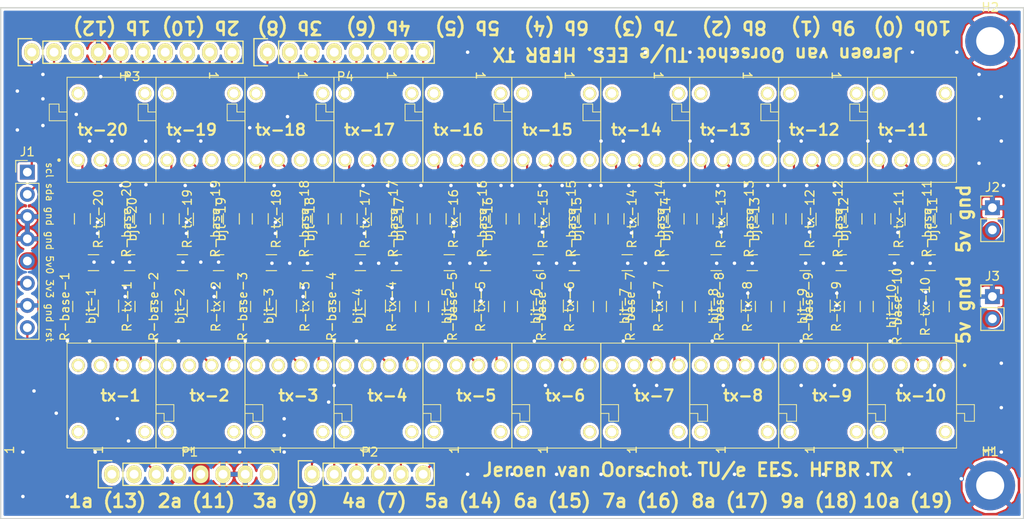
<source format=kicad_pcb>
(kicad_pcb (version 20171130) (host pcbnew "(5.0.2)-1")
  (title_block (date "lun. 30 mars 2015"))
  (layers (0 F.Cu signal) (31 B.Cu signal) (34 B.Paste user hide) (35 F.Paste user) (36 B.SilkS user) (37 F.SilkS user) (38 B.Mask user hide) (39 F.Mask user hide) (44 Edge.Cuts user))
  (net 0 "")
  (net 1 /IOREF)
  (net 2 /Reset)
  (net 3 +5V)
  (net 4 GND)
  (net 5 /Vin)
  (net 6 "Net-(P1-Pad1)")
  (net 7 "Net-(tx-13-Pad5)")
  (net 8 "Net-(tx-13-Pad4)")
  (net 9 "Net-(bjt-13-Pad2)")
  (net 10 "Net-(R-tx-13-Pad1)")
  (net 11 "Net-(tx-1-Pad5)")
  (net 12 "Net-(tx-1-Pad4)")
  (net 13 "Net-(bjt-1-Pad2)")
  (net 14 "Net-(R-tx-1-Pad1)")
  (net 15 "Net-(R-tx-2-Pad1)")
  (net 16 "Net-(bjt-2-Pad2)")
  (net 17 "Net-(tx-2-Pad4)")
  (net 18 "Net-(tx-2-Pad5)")
  (net 19 "Net-(tx-3-Pad5)")
  (net 20 "Net-(tx-3-Pad4)")
  (net 21 "Net-(bjt-3-Pad2)")
  (net 22 "Net-(R-tx-3-Pad1)")
  (net 23 "Net-(R-tx-4-Pad1)")
  (net 24 "Net-(bjt-4-Pad2)")
  (net 25 "Net-(tx-4-Pad4)")
  (net 26 "Net-(tx-4-Pad5)")
  (net 27 "Net-(tx-5-Pad5)")
  (net 28 "Net-(tx-5-Pad4)")
  (net 29 "Net-(bjt-5-Pad2)")
  (net 30 "Net-(R-tx-5-Pad1)")
  (net 31 "Net-(R-tx-6-Pad1)")
  (net 32 "Net-(bjt-6-Pad2)")
  (net 33 "Net-(tx-6-Pad4)")
  (net 34 "Net-(tx-6-Pad5)")
  (net 35 "Net-(tx-7-Pad5)")
  (net 36 "Net-(tx-7-Pad4)")
  (net 37 "Net-(bjt-7-Pad2)")
  (net 38 "Net-(R-tx-7-Pad1)")
  (net 39 "Net-(R-tx-8-Pad1)")
  (net 40 "Net-(bjt-8-Pad2)")
  (net 41 "Net-(tx-8-Pad4)")
  (net 42 "Net-(tx-8-Pad5)")
  (net 43 "Net-(tx-9-Pad5)")
  (net 44 "Net-(tx-9-Pad4)")
  (net 45 "Net-(bjt-9-Pad2)")
  (net 46 "Net-(R-tx-9-Pad1)")
  (net 47 "Net-(R-tx-10-Pad1)")
  (net 48 "Net-(bjt-10-Pad2)")
  (net 49 "Net-(tx-10-Pad4)")
  (net 50 "Net-(tx-10-Pad5)")
  (net 51 "Net-(tx-11-Pad5)")
  (net 52 "Net-(tx-11-Pad4)")
  (net 53 "Net-(bjt-11-Pad2)")
  (net 54 "Net-(R-tx-11-Pad1)")
  (net 55 "Net-(R-tx-12-Pad1)")
  (net 56 "Net-(bjt-12-Pad2)")
  (net 57 "Net-(tx-12-Pad4)")
  (net 58 "Net-(tx-12-Pad5)")
  (net 59 sig-13)
  (net 60 sig-12)
  (net 61 sig-11)
  (net 62 sig-10)
  (net 63 sig-9)
  (net 64 sig-8)
  (net 65 sig-7)
  (net 66 sig-6)
  (net 67 sig-5)
  (net 68 sig-4)
  (net 69 sig-3)
  (net 70 sig-2)
  (net 71 sig-1)
  (net 72 sig-0)
  (net 73 "Net-(R-base-8-Pad1)")
  (net 74 "Net-(R-base-3-Pad1)")
  (net 75 "Net-(R-base-9-Pad1)")
  (net 76 "Net-(R-base-10-Pad1)")
  (net 77 "Net-(R-base-13-Pad1)")
  (net 78 "Net-(R-base-12-Pad1)")
  (net 79 "Net-(R-base-11-Pad1)")
  (net 80 "Net-(R-base-7-Pad1)")
  (net 81 "Net-(R-base-1-Pad1)")
  (net 82 "Net-(R-base-2-Pad1)")
  (net 83 "Net-(R-base-4-Pad1)")
  (net 84 "Net-(R-base-5-Pad1)")
  (net 85 "Net-(R-base-6-Pad1)")
  (net 86 "Net-(P3-Pad3)")
  (net 87 "Net-(tx-1-Pad3)")
  (net 88 "Net-(tx-2-Pad3)")
  (net 89 "Net-(tx-3-Pad3)")
  (net 90 "Net-(tx-4-Pad3)")
  (net 91 "Net-(tx-5-Pad3)")
  (net 92 "Net-(tx-6-Pad3)")
  (net 93 "Net-(tx-8-Pad3)")
  (net 94 "Net-(tx-9-Pad3)")
  (net 95 "Net-(tx-10-Pad3)")
  (net 96 "Net-(tx-11-Pad3)")
  (net 97 "Net-(tx-12-Pad3)")
  (net 98 "Net-(tx-7-Pad3)")
  (net 99 "Net-(tx-13-Pad3)")
  (net 100 "Net-(tx-20-Pad5)")
  (net 101 "Net-(tx-20-Pad4)")
  (net 102 "Net-(tx-20-Pad3)")
  (net 103 "Net-(bjt-20-Pad2)")
  (net 104 "Net-(R-tx-20-Pad1)")
  (net 105 "Net-(R-tx-19-Pad1)")
  (net 106 "Net-(bjt-19-Pad2)")
  (net 107 "Net-(tx-19-Pad3)")
  (net 108 "Net-(tx-19-Pad4)")
  (net 109 "Net-(tx-19-Pad5)")
  (net 110 "Net-(tx-18-Pad5)")
  (net 111 "Net-(tx-18-Pad4)")
  (net 112 "Net-(tx-18-Pad3)")
  (net 113 "Net-(bjt-18-Pad2)")
  (net 114 "Net-(R-tx-18-Pad1)")
  (net 115 "Net-(R-tx-17-Pad1)")
  (net 116 "Net-(bjt-17-Pad2)")
  (net 117 "Net-(tx-17-Pad3)")
  (net 118 "Net-(tx-17-Pad4)")
  (net 119 "Net-(tx-17-Pad5)")
  (net 120 "Net-(tx-16-Pad5)")
  (net 121 "Net-(tx-16-Pad4)")
  (net 122 "Net-(tx-16-Pad3)")
  (net 123 "Net-(bjt-16-Pad2)")
  (net 124 "Net-(R-tx-16-Pad1)")
  (net 125 "Net-(R-tx-15-Pad1)")
  (net 126 "Net-(bjt-15-Pad2)")
  (net 127 "Net-(tx-15-Pad3)")
  (net 128 "Net-(tx-15-Pad4)")
  (net 129 "Net-(tx-15-Pad5)")
  (net 130 "Net-(tx-14-Pad5)")
  (net 131 "Net-(tx-14-Pad4)")
  (net 132 "Net-(tx-14-Pad3)")
  (net 133 "Net-(bjt-14-Pad2)")
  (net 134 "Net-(R-tx-14-Pad1)")
  (net 135 sig-14)
  (net 136 sig-15)
  (net 137 sig-16)
  (net 138 sig-17)
  (net 139 sig-18)
  (net 140 sig-19)
  (net 141 "Net-(R-base-20-Pad1)")
  (net 142 "Net-(R-base-17-Pad1)")
  (net 143 "Net-(R-base-19-Pad1)")
  (net 144 "Net-(R-base-18-Pad1)")
  (net 145 "Net-(R-base-16-Pad1)")
  (net 146 "Net-(R-base-14-Pad1)")
  (net 147 "Net-(R-base-15-Pad1)")
  (net 148 sig-scl)
  (net 149 sig-sda)
  (net 150 +3.3V)
  (module Connector_PinHeader_2.54mm:PinHeader_1x02_P2.54mm_Vertical (layer F.Cu) (at 239.522 103.505)
    (fp_text reference J3 (at 0 -2.33) (layer F.SilkS))
    (fp_text value Conn_01x02_Male)
    (pad 1 thru_hole rect (at 0 0) (size 1.7 1.7) (drill 1) (layers *.Cu *.Mask) (net 4 GND))
    (pad 2 thru_hole oval (at 0 2.54) (size 1.7 1.7) (drill 1) (layers *.Cu *.Mask) (net 3 +5V))
  )
  (module Connector_PinHeader_2.54mm:PinHeader_1x02_P2.54mm_Vertical (layer F.Cu) (at 239.522 93.345)
    (fp_text reference J2 (at 0 -2.33) (layer F.SilkS))
    (fp_text value Conn_01x02_Male)
    (pad 1 thru_hole rect (at 0 0) (size 1.7 1.7) (drill 1) (layers *.Cu *.Mask) (net 4 GND))
    (pad 2 thru_hole oval (at 0 2.54) (size 1.7 1.7) (drill 1) (layers *.Cu *.Mask) (net 3 +5V))
  )
  (module MountingHole:MountingHole_3.2mm_M3_ISO7380_Pad (layer F.Cu) (at 239.268 125.095)
    (fp_text reference H1 (at 0 -3.85) (layer F.SilkS))
    (fp_text value MountingHole)
    (pad 1 thru_hole circle (at 0 0) (size 5.7 5.7) (drill 3.2) (layers *.Cu *.Mask) (net 4 GND))
  )
  (module MountingHole:MountingHole_3.2mm_M3_ISO7380_Pad (layer F.Cu) (at 239.268 74.295)
    (fp_text reference H2 (at 0 -3.85) (layer F.SilkS))
    (fp_text value MountingHole)
    (pad 1 thru_hole circle (at 0 0) (size 5.7 5.7) (drill 3.2) (layers *.Cu *.Mask) (net 4 GND))
  )
  (module Connector_PinHeader_2.54mm:PinHeader_1x08_P2.54mm_Vertical (layer F.Cu) (at 129.286 89.281)
    (fp_text reference J1 (at 0 -2.33) (layer F.SilkS))
    (fp_text value Conn_01x08_Male)
    (pad 1 thru_hole rect (at 0 0) (size 1.7 1.7) (drill 1) (layers *.Cu *.Mask) (net 148 sig-scl))
    (pad 2 thru_hole oval (at 0 2.54) (size 1.7 1.7) (drill 1) (layers *.Cu *.Mask) (net 149 sig-sda))
    (pad 3 thru_hole oval (at 0 5.08) (size 1.7 1.7) (drill 1) (layers *.Cu *.Mask) (net 4 GND))
    (pad 4 thru_hole oval (at 0 7.62) (size 1.7 1.7) (drill 1) (layers *.Cu *.Mask) (net 4 GND))
    (pad 5 thru_hole oval (at 0 10.16) (size 1.7 1.7) (drill 1) (layers *.Cu *.Mask) (net 3 +5V))
    (pad 6 thru_hole oval (at 0 12.7) (size 1.7 1.7) (drill 1) (layers *.Cu *.Mask) (net 150 +3.3V))
    (pad 7 thru_hole oval (at 0 15.24) (size 1.7 1.7) (drill 1) (layers *.Cu *.Mask) (net 4 GND))
    (pad 8 thru_hole oval (at 0 17.78) (size 1.7 1.7) (drill 1) (layers *.Cu *.Mask) (net 2 /Reset))
  )
  (module Capacitor_SMD:C_1206_3216Metric_Pad1.42x1.75mm_HandSolder (layer F.Cu) (at 197.8025 99.6315)
    (fp_text reference C-14 hide)
    (fp_text value C)
    (pad 2 smd roundrect (at 1.4875 0) (size 1.425 1.75) (layers F.Cu F.Paste F.Mask) (roundrect_rratio 0.175439) (net 4 GND))
    (pad 1 smd roundrect (at -1.4875 0) (size 1.425 1.75) (layers F.Cu F.Paste F.Mask) (roundrect_rratio 0.175439) (net 3 +5V))
  )
  (module Capacitor_SMD:C_1206_3216Metric_Pad1.42x1.75mm_HandSolder (layer F.Cu) (at 187.6425 99.6315)
    (fp_text reference C-15 hide)
    (fp_text value C)
    (pad 1 smd roundrect (at -1.4875 0) (size 1.425 1.75) (layers F.Cu F.Paste F.Mask) (roundrect_rratio 0.175439) (net 3 +5V))
    (pad 2 smd roundrect (at 1.4875 0) (size 1.425 1.75) (layers F.Cu F.Paste F.Mask) (roundrect_rratio 0.175439) (net 4 GND))
  )
  (module Capacitor_SMD:C_1206_3216Metric_Pad1.42x1.75mm_HandSolder (layer F.Cu) (at 177.4825 99.6315)
    (fp_text reference C-16 hide)
    (fp_text value C)
    (pad 2 smd roundrect (at 1.4875 0) (size 1.425 1.75) (layers F.Cu F.Paste F.Mask) (roundrect_rratio 0.175439) (net 4 GND))
    (pad 1 smd roundrect (at -1.4875 0) (size 1.425 1.75) (layers F.Cu F.Paste F.Mask) (roundrect_rratio 0.175439) (net 3 +5V))
  )
  (module Capacitor_SMD:C_1206_3216Metric_Pad1.42x1.75mm_HandSolder (layer F.Cu) (at 167.3225 99.6315)
    (fp_text reference C-17 hide)
    (fp_text value C)
    (pad 1 smd roundrect (at -1.4875 0) (size 1.425 1.75) (layers F.Cu F.Paste F.Mask) (roundrect_rratio 0.175439) (net 3 +5V))
    (pad 2 smd roundrect (at 1.4875 0) (size 1.425 1.75) (layers F.Cu F.Paste F.Mask) (roundrect_rratio 0.175439) (net 4 GND))
  )
  (module Capacitor_SMD:C_1206_3216Metric_Pad1.42x1.75mm_HandSolder (layer F.Cu) (at 157.1625 99.6315)
    (fp_text reference C-18 hide)
    (fp_text value C)
    (pad 2 smd roundrect (at 1.4875 0) (size 1.425 1.75) (layers F.Cu F.Paste F.Mask) (roundrect_rratio 0.175439) (net 4 GND))
    (pad 1 smd roundrect (at -1.4875 0) (size 1.425 1.75) (layers F.Cu F.Paste F.Mask) (roundrect_rratio 0.175439) (net 3 +5V))
  )
  (module Capacitor_SMD:C_1206_3216Metric_Pad1.42x1.75mm_HandSolder (layer F.Cu) (at 147.0025 99.6315)
    (fp_text reference C-19 hide)
    (fp_text value C)
    (pad 1 smd roundrect (at -1.4875 0) (size 1.425 1.75) (layers F.Cu F.Paste F.Mask) (roundrect_rratio 0.175439) (net 3 +5V))
    (pad 2 smd roundrect (at 1.4875 0) (size 1.425 1.75) (layers F.Cu F.Paste F.Mask) (roundrect_rratio 0.175439) (net 4 GND))
  )
  (module Capacitor_SMD:C_1206_3216Metric_Pad1.42x1.75mm_HandSolder (layer F.Cu) (at 136.8425 99.6315)
    (fp_text reference C-20 hide)
    (fp_text value C)
    (pad 2 smd roundrect (at 1.4875 0) (size 1.425 1.75) (layers F.Cu F.Paste F.Mask) (roundrect_rratio 0.175439) (net 4 GND))
    (pad 1 smd roundrect (at -1.4875 0) (size 1.425 1.75) (layers F.Cu F.Paste F.Mask) (roundrect_rratio 0.175439) (net 3 +5V))
  )
  (module Package_TO_SOT_SMD:SOT-343_SC-70-4_Handsoldering (layer F.Cu) (at 139.2555 94.66754 270)
    (fp_text reference bjt-20 (at 0 -2 270) (layer F.SilkS))
    (fp_text value BUT11A)
    (pad 1 smd rect (at -1.33 -0.65 270) (size 1.5 0.4) (layers F.Cu F.Paste F.Mask) (net 141 "Net-(R-base-20-Pad1)"))
    (pad 2 smd rect (at -1.33 0.65 270) (size 1.5 0.4) (layers F.Cu F.Paste F.Mask) (net 103 "Net-(bjt-20-Pad2)"))
    (pad 3 smd rect (at 1.33 0.65 270) (size 1.5 0.4) (layers F.Cu F.Paste F.Mask) (net 4 GND))
    (pad 4 smd rect (at 1.33 -0.65 270) (size 1.5 0.4) (layers F.Cu F.Paste F.Mask))
  )
  (module Package_TO_SOT_SMD:SOT-343_SC-70-4_Handsoldering (layer F.Cu) (at 149.4155 94.66754 270)
    (fp_text reference bjt-19 (at 0 -2 270) (layer F.SilkS))
    (fp_text value BUT11A)
    (pad 4 smd rect (at 1.33 -0.65 270) (size 1.5 0.4) (layers F.Cu F.Paste F.Mask))
    (pad 3 smd rect (at 1.33 0.65 270) (size 1.5 0.4) (layers F.Cu F.Paste F.Mask) (net 4 GND))
    (pad 2 smd rect (at -1.33 0.65 270) (size 1.5 0.4) (layers F.Cu F.Paste F.Mask) (net 106 "Net-(bjt-19-Pad2)"))
    (pad 1 smd rect (at -1.33 -0.65 270) (size 1.5 0.4) (layers F.Cu F.Paste F.Mask) (net 143 "Net-(R-base-19-Pad1)"))
  )
  (module Package_TO_SOT_SMD:SOT-343_SC-70-4_Handsoldering (layer F.Cu) (at 159.5755 94.66754 270)
    (fp_text reference bjt-18 (at 0 -2 270) (layer F.SilkS))
    (fp_text value BUT11A)
    (pad 1 smd rect (at -1.33 -0.65 270) (size 1.5 0.4) (layers F.Cu F.Paste F.Mask) (net 144 "Net-(R-base-18-Pad1)"))
    (pad 2 smd rect (at -1.33 0.65 270) (size 1.5 0.4) (layers F.Cu F.Paste F.Mask) (net 113 "Net-(bjt-18-Pad2)"))
    (pad 3 smd rect (at 1.33 0.65 270) (size 1.5 0.4) (layers F.Cu F.Paste F.Mask) (net 4 GND))
    (pad 4 smd rect (at 1.33 -0.65 270) (size 1.5 0.4) (layers F.Cu F.Paste F.Mask))
  )
  (module Package_TO_SOT_SMD:SOT-343_SC-70-4_Handsoldering (layer F.Cu) (at 169.7355 94.66754 270)
    (fp_text reference bjt-17 (at 0 -2 270) (layer F.SilkS))
    (fp_text value BUT11A)
    (pad 4 smd rect (at 1.33 -0.65 270) (size 1.5 0.4) (layers F.Cu F.Paste F.Mask))
    (pad 3 smd rect (at 1.33 0.65 270) (size 1.5 0.4) (layers F.Cu F.Paste F.Mask) (net 4 GND))
    (pad 2 smd rect (at -1.33 0.65 270) (size 1.5 0.4) (layers F.Cu F.Paste F.Mask) (net 116 "Net-(bjt-17-Pad2)"))
    (pad 1 smd rect (at -1.33 -0.65 270) (size 1.5 0.4) (layers F.Cu F.Paste F.Mask) (net 142 "Net-(R-base-17-Pad1)"))
  )
  (module Package_TO_SOT_SMD:SOT-343_SC-70-4_Handsoldering (layer F.Cu) (at 179.8955 94.66754 270)
    (fp_text reference bjt-16 (at 0 -2 270) (layer F.SilkS))
    (fp_text value BUT11A)
    (pad 1 smd rect (at -1.33 -0.65 270) (size 1.5 0.4) (layers F.Cu F.Paste F.Mask) (net 145 "Net-(R-base-16-Pad1)"))
    (pad 2 smd rect (at -1.33 0.65 270) (size 1.5 0.4) (layers F.Cu F.Paste F.Mask) (net 123 "Net-(bjt-16-Pad2)"))
    (pad 3 smd rect (at 1.33 0.65 270) (size 1.5 0.4) (layers F.Cu F.Paste F.Mask) (net 4 GND))
    (pad 4 smd rect (at 1.33 -0.65 270) (size 1.5 0.4) (layers F.Cu F.Paste F.Mask))
  )
  (module Package_TO_SOT_SMD:SOT-343_SC-70-4_Handsoldering (layer F.Cu) (at 190.0555 94.66754 270)
    (fp_text reference bjt-15 (at 0 -2 270) (layer F.SilkS))
    (fp_text value BUT11A)
    (pad 4 smd rect (at 1.33 -0.65 270) (size 1.5 0.4) (layers F.Cu F.Paste F.Mask))
    (pad 3 smd rect (at 1.33 0.65 270) (size 1.5 0.4) (layers F.Cu F.Paste F.Mask) (net 4 GND))
    (pad 2 smd rect (at -1.33 0.65 270) (size 1.5 0.4) (layers F.Cu F.Paste F.Mask) (net 126 "Net-(bjt-15-Pad2)"))
    (pad 1 smd rect (at -1.33 -0.65 270) (size 1.5 0.4) (layers F.Cu F.Paste F.Mask) (net 147 "Net-(R-base-15-Pad1)"))
  )
  (module Package_TO_SOT_SMD:SOT-343_SC-70-4_Handsoldering (layer F.Cu) (at 200.2155 94.66754 270)
    (fp_text reference bjt-14 (at 0 -2 270) (layer F.SilkS))
    (fp_text value BUT11A)
    (pad 1 smd rect (at -1.33 -0.65 270) (size 1.5 0.4) (layers F.Cu F.Paste F.Mask) (net 146 "Net-(R-base-14-Pad1)"))
    (pad 2 smd rect (at -1.33 0.65 270) (size 1.5 0.4) (layers F.Cu F.Paste F.Mask) (net 133 "Net-(bjt-14-Pad2)"))
    (pad 3 smd rect (at 1.33 0.65 270) (size 1.5 0.4) (layers F.Cu F.Paste F.Mask) (net 4 GND))
    (pad 4 smd rect (at 1.33 -0.65 270) (size 1.5 0.4) (layers F.Cu F.Paste F.Mask))
  )
  (module Resistor_SMD:R_1206_3216Metric_Pad1.42x1.75mm_HandSolder (layer F.Cu) (at 196.5325 94.61754 270)
    (fp_text reference R-tx-14 (at 0 -1.82 270) (layer F.SilkS))
    (fp_text value 50)
    (pad 2 smd roundrect (at 1.4875 0 270) (size 1.425 1.75) (layers F.Cu F.Paste F.Mask) (roundrect_rratio 0.175439) (net 3 +5V))
    (pad 1 smd roundrect (at -1.4875 0 270) (size 1.425 1.75) (layers F.Cu F.Paste F.Mask) (roundrect_rratio 0.175439) (net 134 "Net-(R-tx-14-Pad1)"))
  )
  (module Resistor_SMD:R_1206_3216Metric_Pad1.42x1.75mm_HandSolder (layer F.Cu) (at 186.3725 94.61754 270)
    (fp_text reference R-tx-15 (at 0 -1.82 270) (layer F.SilkS))
    (fp_text value 50)
    (pad 1 smd roundrect (at -1.4875 0 270) (size 1.425 1.75) (layers F.Cu F.Paste F.Mask) (roundrect_rratio 0.175439) (net 125 "Net-(R-tx-15-Pad1)"))
    (pad 2 smd roundrect (at 1.4875 0 270) (size 1.425 1.75) (layers F.Cu F.Paste F.Mask) (roundrect_rratio 0.175439) (net 3 +5V))
  )
  (module Resistor_SMD:R_1206_3216Metric_Pad1.42x1.75mm_HandSolder (layer F.Cu) (at 193.2305 94.61754 90)
    (fp_text reference R-base-15 (at 0 -1.82 90) (layer F.SilkS))
    (fp_text value 2k)
    (pad 2 smd roundrect (at 1.4875 0 90) (size 1.425 1.75) (layers F.Cu F.Paste F.Mask) (roundrect_rratio 0.175439) (net 68 sig-4))
    (pad 1 smd roundrect (at -1.4875 0 90) (size 1.425 1.75) (layers F.Cu F.Paste F.Mask) (roundrect_rratio 0.175439) (net 147 "Net-(R-base-15-Pad1)"))
  )
  (module Resistor_SMD:R_1206_3216Metric_Pad1.42x1.75mm_HandSolder (layer F.Cu) (at 135.5725 94.61754 270)
    (fp_text reference R-tx-20 (at 0 -1.82 270) (layer F.SilkS))
    (fp_text value 50)
    (pad 2 smd roundrect (at 1.4875 0 270) (size 1.425 1.75) (layers F.Cu F.Paste F.Mask) (roundrect_rratio 0.175439) (net 3 +5V))
    (pad 1 smd roundrect (at -1.4875 0 270) (size 1.425 1.75) (layers F.Cu F.Paste F.Mask) (roundrect_rratio 0.175439) (net 104 "Net-(R-tx-20-Pad1)"))
  )
  (module Resistor_SMD:R_1206_3216Metric_Pad1.42x1.75mm_HandSolder (layer F.Cu) (at 145.7325 94.61754 270)
    (fp_text reference R-tx-19 (at 0 -1.82 270) (layer F.SilkS))
    (fp_text value 50)
    (pad 1 smd roundrect (at -1.4875 0 270) (size 1.425 1.75) (layers F.Cu F.Paste F.Mask) (roundrect_rratio 0.175439) (net 105 "Net-(R-tx-19-Pad1)"))
    (pad 2 smd roundrect (at 1.4875 0 270) (size 1.425 1.75) (layers F.Cu F.Paste F.Mask) (roundrect_rratio 0.175439) (net 3 +5V))
  )
  (module Resistor_SMD:R_1206_3216Metric_Pad1.42x1.75mm_HandSolder (layer F.Cu) (at 155.8925 94.61754 270)
    (fp_text reference R-tx-18 (at 0 -1.82 270) (layer F.SilkS))
    (fp_text value 50)
    (pad 2 smd roundrect (at 1.4875 0 270) (size 1.425 1.75) (layers F.Cu F.Paste F.Mask) (roundrect_rratio 0.175439) (net 3 +5V))
    (pad 1 smd roundrect (at -1.4875 0 270) (size 1.425 1.75) (layers F.Cu F.Paste F.Mask) (roundrect_rratio 0.175439) (net 114 "Net-(R-tx-18-Pad1)"))
  )
  (module Resistor_SMD:R_1206_3216Metric_Pad1.42x1.75mm_HandSolder (layer F.Cu) (at 166.0525 94.61754 270)
    (fp_text reference R-tx-17 (at 0 -1.82 270) (layer F.SilkS))
    (fp_text value 50)
    (pad 1 smd roundrect (at -1.4875 0 270) (size 1.425 1.75) (layers F.Cu F.Paste F.Mask) (roundrect_rratio 0.175439) (net 115 "Net-(R-tx-17-Pad1)"))
    (pad 2 smd roundrect (at 1.4875 0 270) (size 1.425 1.75) (layers F.Cu F.Paste F.Mask) (roundrect_rratio 0.175439) (net 3 +5V))
  )
  (module Resistor_SMD:R_1206_3216Metric_Pad1.42x1.75mm_HandSolder (layer F.Cu) (at 203.3905 94.61754 90)
    (fp_text reference R-base-14 (at 0 -1.82 90) (layer F.SilkS))
    (fp_text value 2k)
    (pad 2 smd roundrect (at 1.4875 0 90) (size 1.425 1.75) (layers F.Cu F.Paste F.Mask) (roundrect_rratio 0.175439) (net 69 sig-3))
    (pad 1 smd roundrect (at -1.4875 0 90) (size 1.425 1.75) (layers F.Cu F.Paste F.Mask) (roundrect_rratio 0.175439) (net 146 "Net-(R-base-14-Pad1)"))
  )
  (module Resistor_SMD:R_1206_3216Metric_Pad1.42x1.75mm_HandSolder (layer F.Cu) (at 183.0705 94.61754 90)
    (fp_text reference R-base-16 (at 0 -1.82 90) (layer F.SilkS))
    (fp_text value 2k)
    (pad 1 smd roundrect (at -1.4875 0 90) (size 1.425 1.75) (layers F.Cu F.Paste F.Mask) (roundrect_rratio 0.175439) (net 145 "Net-(R-base-16-Pad1)"))
    (pad 2 smd roundrect (at 1.4875 0 90) (size 1.425 1.75) (layers F.Cu F.Paste F.Mask) (roundrect_rratio 0.175439) (net 67 sig-5))
  )
  (module Resistor_SMD:R_1206_3216Metric_Pad1.42x1.75mm_HandSolder (layer F.Cu) (at 162.7505 94.61754 90)
    (fp_text reference R-base-18 (at 0 -1.82 90) (layer F.SilkS))
    (fp_text value 2k)
    (pad 2 smd roundrect (at 1.4875 0 90) (size 1.425 1.75) (layers F.Cu F.Paste F.Mask) (roundrect_rratio 0.175439) (net 64 sig-8))
    (pad 1 smd roundrect (at -1.4875 0 90) (size 1.425 1.75) (layers F.Cu F.Paste F.Mask) (roundrect_rratio 0.175439) (net 144 "Net-(R-base-18-Pad1)"))
  )
  (module Resistor_SMD:R_1206_3216Metric_Pad1.42x1.75mm_HandSolder (layer F.Cu) (at 152.5905 94.61754 90)
    (fp_text reference R-base-19 (at 0 -1.82 90) (layer F.SilkS))
    (fp_text value 2k)
    (pad 1 smd roundrect (at -1.4875 0 90) (size 1.425 1.75) (layers F.Cu F.Paste F.Mask) (roundrect_rratio 0.175439) (net 143 "Net-(R-base-19-Pad1)"))
    (pad 2 smd roundrect (at 1.4875 0 90) (size 1.425 1.75) (layers F.Cu F.Paste F.Mask) (roundrect_rratio 0.175439) (net 62 sig-10))
  )
  (module Resistor_SMD:R_1206_3216Metric_Pad1.42x1.75mm_HandSolder (layer F.Cu) (at 176.2125 94.61754 270)
    (fp_text reference R-tx-16 (at -0.01778 -1.74888 270) (layer F.SilkS))
    (fp_text value 50)
    (pad 1 smd roundrect (at -1.4875 0 270) (size 1.425 1.75) (layers F.Cu F.Paste F.Mask) (roundrect_rratio 0.175439) (net 124 "Net-(R-tx-16-Pad1)"))
    (pad 2 smd roundrect (at 1.4875 0 270) (size 1.425 1.75) (layers F.Cu F.Paste F.Mask) (roundrect_rratio 0.175439) (net 3 +5V))
  )
  (module Resistor_SMD:R_1206_3216Metric_Pad1.42x1.75mm_HandSolder (layer F.Cu) (at 172.9105 94.61754 90)
    (fp_text reference R-base-17 (at 0 -1.82 90) (layer F.SilkS))
    (fp_text value 2k)
    (pad 2 smd roundrect (at 1.4875 0 90) (size 1.425 1.75) (layers F.Cu F.Paste F.Mask) (roundrect_rratio 0.175439) (net 66 sig-6))
    (pad 1 smd roundrect (at -1.4875 0 90) (size 1.425 1.75) (layers F.Cu F.Paste F.Mask) (roundrect_rratio 0.175439) (net 142 "Net-(R-base-17-Pad1)"))
  )
  (module Resistor_SMD:R_1206_3216Metric_Pad1.42x1.75mm_HandSolder (layer F.Cu) (at 142.4305 94.61754 90)
    (fp_text reference R-base-20 (at 0 -1.82 90) (layer F.SilkS))
    (fp_text value 2k)
    (pad 1 smd roundrect (at -1.4875 0 90) (size 1.425 1.75) (layers F.Cu F.Paste F.Mask) (roundrect_rratio 0.175439) (net 141 "Net-(R-base-20-Pad1)"))
    (pad 2 smd roundrect (at 1.4875 0 90) (size 1.425 1.75) (layers F.Cu F.Paste F.Mask) (roundrect_rratio 0.175439) (net 60 sig-12))
  )
  (module hfbr:HFBR1521Z (layer F.Cu) (at 199.863499 87.899999 180)
    (fp_text reference tx-14 (at 1.015 3.465 180) (layer F.SilkS) (effects (font (size 1.27 1.27) (thickness 0.254))))
    (fp_text value HFBR-1521Z hide)
    (pad 6 thru_hole circle (at 3.81 7.62 270) (size 1.515 1.515) (drill 1.01) (layers *.Cu *.Mask F.SilkS))
    (pad 5 thru_hole circle (at -3.81 7.62 270) (size 1.515 1.515) (drill 1.01) (layers *.Cu *.Mask F.SilkS) (net 130 "Net-(tx-14-Pad5)"))
    (pad 4 thru_hole circle (at -3.81 0 270) (size 1.515 1.515) (drill 1.01) (layers *.Cu *.Mask F.SilkS) (net 131 "Net-(tx-14-Pad4)"))
    (pad 3 thru_hole circle (at -1.27 0 270) (size 1.515 1.515) (drill 1.01) (layers *.Cu *.Mask F.SilkS) (net 132 "Net-(tx-14-Pad3)"))
    (pad 2 thru_hole circle (at 1.27 0 270) (size 1.515 1.515) (drill 1.01) (layers *.Cu *.Mask F.SilkS) (net 133 "Net-(bjt-14-Pad2)"))
    (pad 1 thru_hole circle (at 3.81 0 270) (size 1.515 1.515) (drill 1.01) (layers *.Cu *.Mask F.SilkS) (net 134 "Net-(R-tx-14-Pad1)"))
  )
  (module hfbr:HFBR1521Z (layer F.Cu) (at 189.703499 87.899999 180)
    (fp_text reference tx-15 (at 1.015 3.465 180) (layer F.SilkS) (effects (font (size 1.27 1.27) (thickness 0.254))))
    (fp_text value HFBR-1521Z hide)
    (pad 1 thru_hole circle (at 3.81 0 270) (size 1.515 1.515) (drill 1.01) (layers *.Cu *.Mask F.SilkS) (net 125 "Net-(R-tx-15-Pad1)"))
    (pad 2 thru_hole circle (at 1.27 0 270) (size 1.515 1.515) (drill 1.01) (layers *.Cu *.Mask F.SilkS) (net 126 "Net-(bjt-15-Pad2)"))
    (pad 3 thru_hole circle (at -1.27 0 270) (size 1.515 1.515) (drill 1.01) (layers *.Cu *.Mask F.SilkS) (net 127 "Net-(tx-15-Pad3)"))
    (pad 4 thru_hole circle (at -3.81 0 270) (size 1.515 1.515) (drill 1.01) (layers *.Cu *.Mask F.SilkS) (net 128 "Net-(tx-15-Pad4)"))
    (pad 5 thru_hole circle (at -3.81 7.62 270) (size 1.515 1.515) (drill 1.01) (layers *.Cu *.Mask F.SilkS) (net 129 "Net-(tx-15-Pad5)"))
    (pad 6 thru_hole circle (at 3.81 7.62 270) (size 1.515 1.515) (drill 1.01) (layers *.Cu *.Mask F.SilkS))
  )
  (module hfbr:HFBR1521Z (layer F.Cu) (at 179.543499 87.899999 180)
    (fp_text reference tx-16 (at 1.015 3.465 180) (layer F.SilkS) (effects (font (size 1.27 1.27) (thickness 0.254))))
    (fp_text value HFBR-1521Z hide)
    (pad 6 thru_hole circle (at 3.81 7.62 270) (size 1.515 1.515) (drill 1.01) (layers *.Cu *.Mask F.SilkS))
    (pad 5 thru_hole circle (at -3.81 7.62 270) (size 1.515 1.515) (drill 1.01) (layers *.Cu *.Mask F.SilkS) (net 120 "Net-(tx-16-Pad5)"))
    (pad 4 thru_hole circle (at -3.81 0 270) (size 1.515 1.515) (drill 1.01) (layers *.Cu *.Mask F.SilkS) (net 121 "Net-(tx-16-Pad4)"))
    (pad 3 thru_hole circle (at -1.27 0 270) (size 1.515 1.515) (drill 1.01) (layers *.Cu *.Mask F.SilkS) (net 122 "Net-(tx-16-Pad3)"))
    (pad 2 thru_hole circle (at 1.27 0 270) (size 1.515 1.515) (drill 1.01) (layers *.Cu *.Mask F.SilkS) (net 123 "Net-(bjt-16-Pad2)"))
    (pad 1 thru_hole circle (at 3.81 0 270) (size 1.515 1.515) (drill 1.01) (layers *.Cu *.Mask F.SilkS) (net 124 "Net-(R-tx-16-Pad1)"))
  )
  (module hfbr:HFBR1521Z (layer F.Cu) (at 169.383499 87.899999 180)
    (fp_text reference tx-17 (at 1.015 3.465 180) (layer F.SilkS) (effects (font (size 1.27 1.27) (thickness 0.254))))
    (fp_text value HFBR-1521Z hide)
    (pad 1 thru_hole circle (at 3.81 0 270) (size 1.515 1.515) (drill 1.01) (layers *.Cu *.Mask F.SilkS) (net 115 "Net-(R-tx-17-Pad1)"))
    (pad 2 thru_hole circle (at 1.27 0 270) (size 1.515 1.515) (drill 1.01) (layers *.Cu *.Mask F.SilkS) (net 116 "Net-(bjt-17-Pad2)"))
    (pad 3 thru_hole circle (at -1.27 0 270) (size 1.515 1.515) (drill 1.01) (layers *.Cu *.Mask F.SilkS) (net 117 "Net-(tx-17-Pad3)"))
    (pad 4 thru_hole circle (at -3.81 0 270) (size 1.515 1.515) (drill 1.01) (layers *.Cu *.Mask F.SilkS) (net 118 "Net-(tx-17-Pad4)"))
    (pad 5 thru_hole circle (at -3.81 7.62 270) (size 1.515 1.515) (drill 1.01) (layers *.Cu *.Mask F.SilkS) (net 119 "Net-(tx-17-Pad5)"))
    (pad 6 thru_hole circle (at 3.81 7.62 270) (size 1.515 1.515) (drill 1.01) (layers *.Cu *.Mask F.SilkS))
  )
  (module hfbr:HFBR1521Z (layer F.Cu) (at 159.223499 87.899999 180)
    (fp_text reference tx-18 (at 1.015 3.465 180) (layer F.SilkS) (effects (font (size 1.27 1.27) (thickness 0.254))))
    (fp_text value HFBR-1521Z hide)
    (pad 6 thru_hole circle (at 3.81 7.62 270) (size 1.515 1.515) (drill 1.01) (layers *.Cu *.Mask F.SilkS))
    (pad 5 thru_hole circle (at -3.81 7.62 270) (size 1.515 1.515) (drill 1.01) (layers *.Cu *.Mask F.SilkS) (net 110 "Net-(tx-18-Pad5)"))
    (pad 4 thru_hole circle (at -3.81 0 270) (size 1.515 1.515) (drill 1.01) (layers *.Cu *.Mask F.SilkS) (net 111 "Net-(tx-18-Pad4)"))
    (pad 3 thru_hole circle (at -1.27 0 270) (size 1.515 1.515) (drill 1.01) (layers *.Cu *.Mask F.SilkS) (net 112 "Net-(tx-18-Pad3)"))
    (pad 2 thru_hole circle (at 1.27 0 270) (size 1.515 1.515) (drill 1.01) (layers *.Cu *.Mask F.SilkS) (net 113 "Net-(bjt-18-Pad2)"))
    (pad 1 thru_hole circle (at 3.81 0 270) (size 1.515 1.515) (drill 1.01) (layers *.Cu *.Mask F.SilkS) (net 114 "Net-(R-tx-18-Pad1)"))
  )
  (module hfbr:HFBR1521Z (layer F.Cu) (at 149.063499 87.899999 180)
    (fp_text reference tx-19 (at 1.015 3.465 180) (layer F.SilkS) (effects (font (size 1.27 1.27) (thickness 0.254))))
    (fp_text value HFBR-1521Z hide)
    (pad 1 thru_hole circle (at 3.81 0 270) (size 1.515 1.515) (drill 1.01) (layers *.Cu *.Mask F.SilkS) (net 105 "Net-(R-tx-19-Pad1)"))
    (pad 2 thru_hole circle (at 1.27 0 270) (size 1.515 1.515) (drill 1.01) (layers *.Cu *.Mask F.SilkS) (net 106 "Net-(bjt-19-Pad2)"))
    (pad 3 thru_hole circle (at -1.27 0 270) (size 1.515 1.515) (drill 1.01) (layers *.Cu *.Mask F.SilkS) (net 107 "Net-(tx-19-Pad3)"))
    (pad 4 thru_hole circle (at -3.81 0 270) (size 1.515 1.515) (drill 1.01) (layers *.Cu *.Mask F.SilkS) (net 108 "Net-(tx-19-Pad4)"))
    (pad 5 thru_hole circle (at -3.81 7.62 270) (size 1.515 1.515) (drill 1.01) (layers *.Cu *.Mask F.SilkS) (net 109 "Net-(tx-19-Pad5)"))
    (pad 6 thru_hole circle (at 3.81 7.62 270) (size 1.515 1.515) (drill 1.01) (layers *.Cu *.Mask F.SilkS))
  )
  (module hfbr:HFBR1521Z (layer F.Cu) (at 138.903499 87.899999 180)
    (fp_text reference tx-20 (at 1.015 3.465 180) (layer F.SilkS) (effects (font (size 1.27 1.27) (thickness 0.254))))
    (fp_text value HFBR-1521Z hide)
    (pad 6 thru_hole circle (at 3.81 7.62 270) (size 1.515 1.515) (drill 1.01) (layers *.Cu *.Mask F.SilkS))
    (pad 5 thru_hole circle (at -3.81 7.62 270) (size 1.515 1.515) (drill 1.01) (layers *.Cu *.Mask F.SilkS) (net 100 "Net-(tx-20-Pad5)"))
    (pad 4 thru_hole circle (at -3.81 0 270) (size 1.515 1.515) (drill 1.01) (layers *.Cu *.Mask F.SilkS) (net 101 "Net-(tx-20-Pad4)"))
    (pad 3 thru_hole circle (at -1.27 0 270) (size 1.515 1.515) (drill 1.01) (layers *.Cu *.Mask F.SilkS) (net 102 "Net-(tx-20-Pad3)"))
    (pad 2 thru_hole circle (at 1.27 0 270) (size 1.515 1.515) (drill 1.01) (layers *.Cu *.Mask F.SilkS) (net 103 "Net-(bjt-20-Pad2)"))
    (pad 1 thru_hole circle (at 3.81 0 270) (size 1.515 1.515) (drill 1.01) (layers *.Cu *.Mask F.SilkS) (net 104 "Net-(R-tx-20-Pad1)"))
  )
  (module hfbr:HFBR1521Z (layer F.Cu) (at 210.023499 87.899999 180)
    (fp_text reference tx-13 (at 1.015 3.465 180) (layer F.SilkS) (effects (font (size 1.27 1.27) (thickness 0.254))))
    (fp_text value HFBR-1521Z hide)
    (pad 6 thru_hole circle (at 3.81 7.62 270) (size 1.515 1.515) (drill 1.01) (layers *.Cu *.Mask F.SilkS))
    (pad 5 thru_hole circle (at -3.81 7.62 270) (size 1.515 1.515) (drill 1.01) (layers *.Cu *.Mask F.SilkS) (net 7 "Net-(tx-13-Pad5)"))
    (pad 4 thru_hole circle (at -3.81 0 270) (size 1.515 1.515) (drill 1.01) (layers *.Cu *.Mask F.SilkS) (net 8 "Net-(tx-13-Pad4)"))
    (pad 3 thru_hole circle (at -1.27 0 270) (size 1.515 1.515) (drill 1.01) (layers *.Cu *.Mask F.SilkS) (net 99 "Net-(tx-13-Pad3)"))
    (pad 2 thru_hole circle (at 1.27 0 270) (size 1.515 1.515) (drill 1.01) (layers *.Cu *.Mask F.SilkS) (net 9 "Net-(bjt-13-Pad2)"))
    (pad 1 thru_hole circle (at 3.81 0 270) (size 1.515 1.515) (drill 1.01) (layers *.Cu *.Mask F.SilkS) (net 10 "Net-(R-tx-13-Pad1)"))
  )
  (module hfbr:HFBR1521Z (layer F.Cu) (at 199.869001 111.363001)
    (fp_text reference tx-7 (at 1.015 3.465) (layer F.SilkS) (effects (font (size 1.27 1.27) (thickness 0.254))))
    (fp_text value HFBR-1521Z hide)
    (pad 1 thru_hole circle (at 3.81 0 90) (size 1.515 1.515) (drill 1.01) (layers *.Cu *.Mask F.SilkS) (net 38 "Net-(R-tx-7-Pad1)"))
    (pad 2 thru_hole circle (at 1.27 0 90) (size 1.515 1.515) (drill 1.01) (layers *.Cu *.Mask F.SilkS) (net 37 "Net-(bjt-7-Pad2)"))
    (pad 3 thru_hole circle (at -1.27 0 90) (size 1.515 1.515) (drill 1.01) (layers *.Cu *.Mask F.SilkS) (net 98 "Net-(tx-7-Pad3)"))
    (pad 4 thru_hole circle (at -3.81 0 90) (size 1.515 1.515) (drill 1.01) (layers *.Cu *.Mask F.SilkS) (net 36 "Net-(tx-7-Pad4)"))
    (pad 5 thru_hole circle (at -3.81 7.62 90) (size 1.515 1.515) (drill 1.01) (layers *.Cu *.Mask F.SilkS) (net 35 "Net-(tx-7-Pad5)"))
    (pad 6 thru_hole circle (at 3.81 7.62 90) (size 1.515 1.515) (drill 1.01) (layers *.Cu *.Mask F.SilkS))
  )
  (module hfbr:HFBR1521Z (layer F.Cu) (at 220.183499 87.899999 180)
    (fp_text reference tx-12 (at 1.015 3.465 180) (layer F.SilkS) (effects (font (size 1.27 1.27) (thickness 0.254))))
    (fp_text value HFBR-1521Z hide)
    (pad 6 thru_hole circle (at 3.81 7.62 270) (size 1.515 1.515) (drill 1.01) (layers *.Cu *.Mask F.SilkS))
    (pad 5 thru_hole circle (at -3.81 7.62 270) (size 1.515 1.515) (drill 1.01) (layers *.Cu *.Mask F.SilkS) (net 58 "Net-(tx-12-Pad5)"))
    (pad 4 thru_hole circle (at -3.81 0 270) (size 1.515 1.515) (drill 1.01) (layers *.Cu *.Mask F.SilkS) (net 57 "Net-(tx-12-Pad4)"))
    (pad 3 thru_hole circle (at -1.27 0 270) (size 1.515 1.515) (drill 1.01) (layers *.Cu *.Mask F.SilkS) (net 97 "Net-(tx-12-Pad3)"))
    (pad 2 thru_hole circle (at 1.27 0 270) (size 1.515 1.515) (drill 1.01) (layers *.Cu *.Mask F.SilkS) (net 56 "Net-(bjt-12-Pad2)"))
    (pad 1 thru_hole circle (at 3.81 0 270) (size 1.515 1.515) (drill 1.01) (layers *.Cu *.Mask F.SilkS) (net 55 "Net-(R-tx-12-Pad1)"))
  )
  (module hfbr:HFBR1521Z (layer F.Cu) (at 230.343499 87.899999 180)
    (fp_text reference tx-11 (at 1.015 3.465 180) (layer F.SilkS) (effects (font (size 1.27 1.27) (thickness 0.254))))
    (fp_text value HFBR-1521Z hide)
    (pad 1 thru_hole circle (at 3.81 0 270) (size 1.515 1.515) (drill 1.01) (layers *.Cu *.Mask F.SilkS) (net 54 "Net-(R-tx-11-Pad1)"))
    (pad 2 thru_hole circle (at 1.27 0 270) (size 1.515 1.515) (drill 1.01) (layers *.Cu *.Mask F.SilkS) (net 53 "Net-(bjt-11-Pad2)"))
    (pad 3 thru_hole circle (at -1.27 0 270) (size 1.515 1.515) (drill 1.01) (layers *.Cu *.Mask F.SilkS) (net 96 "Net-(tx-11-Pad3)"))
    (pad 4 thru_hole circle (at -3.81 0 270) (size 1.515 1.515) (drill 1.01) (layers *.Cu *.Mask F.SilkS) (net 52 "Net-(tx-11-Pad4)"))
    (pad 5 thru_hole circle (at -3.81 7.62 270) (size 1.515 1.515) (drill 1.01) (layers *.Cu *.Mask F.SilkS) (net 51 "Net-(tx-11-Pad5)"))
    (pad 6 thru_hole circle (at 3.81 7.62 270) (size 1.515 1.515) (drill 1.01) (layers *.Cu *.Mask F.SilkS))
  )
  (module hfbr:HFBR1521Z (layer F.Cu) (at 230.349001 111.363001)
    (fp_text reference tx-10 (at 1.015 3.465) (layer F.SilkS) (effects (font (size 1.27 1.27) (thickness 0.254))))
    (fp_text value HFBR-1521Z hide)
    (pad 6 thru_hole circle (at 3.81 7.62 90) (size 1.515 1.515) (drill 1.01) (layers *.Cu *.Mask F.SilkS))
    (pad 5 thru_hole circle (at -3.81 7.62 90) (size 1.515 1.515) (drill 1.01) (layers *.Cu *.Mask F.SilkS) (net 50 "Net-(tx-10-Pad5)"))
    (pad 4 thru_hole circle (at -3.81 0 90) (size 1.515 1.515) (drill 1.01) (layers *.Cu *.Mask F.SilkS) (net 49 "Net-(tx-10-Pad4)"))
    (pad 3 thru_hole circle (at -1.27 0 90) (size 1.515 1.515) (drill 1.01) (layers *.Cu *.Mask F.SilkS) (net 95 "Net-(tx-10-Pad3)"))
    (pad 2 thru_hole circle (at 1.27 0 90) (size 1.515 1.515) (drill 1.01) (layers *.Cu *.Mask F.SilkS) (net 48 "Net-(bjt-10-Pad2)"))
    (pad 1 thru_hole circle (at 3.81 0 90) (size 1.515 1.515) (drill 1.01) (layers *.Cu *.Mask F.SilkS) (net 47 "Net-(R-tx-10-Pad1)"))
  )
  (module hfbr:HFBR1521Z (layer F.Cu) (at 220.189001 111.363001)
    (fp_text reference tx-9 (at 1.015 3.465) (layer F.SilkS) (effects (font (size 1.27 1.27) (thickness 0.254))))
    (fp_text value HFBR-1521Z hide)
    (pad 1 thru_hole circle (at 3.81 0 90) (size 1.515 1.515) (drill 1.01) (layers *.Cu *.Mask F.SilkS) (net 46 "Net-(R-tx-9-Pad1)"))
    (pad 2 thru_hole circle (at 1.27 0 90) (size 1.515 1.515) (drill 1.01) (layers *.Cu *.Mask F.SilkS) (net 45 "Net-(bjt-9-Pad2)"))
    (pad 3 thru_hole circle (at -1.27 0 90) (size 1.515 1.515) (drill 1.01) (layers *.Cu *.Mask F.SilkS) (net 94 "Net-(tx-9-Pad3)"))
    (pad 4 thru_hole circle (at -3.81 0 90) (size 1.515 1.515) (drill 1.01) (layers *.Cu *.Mask F.SilkS) (net 44 "Net-(tx-9-Pad4)"))
    (pad 5 thru_hole circle (at -3.81 7.62 90) (size 1.515 1.515) (drill 1.01) (layers *.Cu *.Mask F.SilkS) (net 43 "Net-(tx-9-Pad5)"))
    (pad 6 thru_hole circle (at 3.81 7.62 90) (size 1.515 1.515) (drill 1.01) (layers *.Cu *.Mask F.SilkS))
  )
  (module hfbr:HFBR1521Z (layer F.Cu) (at 210.029001 111.363001)
    (fp_text reference tx-8 (at 1.015 3.465) (layer F.SilkS) (effects (font (size 1.27 1.27) (thickness 0.254))))
    (fp_text value HFBR-1521Z hide)
    (pad 6 thru_hole circle (at 3.81 7.62 90) (size 1.515 1.515) (drill 1.01) (layers *.Cu *.Mask F.SilkS))
    (pad 5 thru_hole circle (at -3.81 7.62 90) (size 1.515 1.515) (drill 1.01) (layers *.Cu *.Mask F.SilkS) (net 42 "Net-(tx-8-Pad5)"))
    (pad 4 thru_hole circle (at -3.81 0 90) (size 1.515 1.515) (drill 1.01) (layers *.Cu *.Mask F.SilkS) (net 41 "Net-(tx-8-Pad4)"))
    (pad 3 thru_hole circle (at -1.27 0 90) (size 1.515 1.515) (drill 1.01) (layers *.Cu *.Mask F.SilkS) (net 93 "Net-(tx-8-Pad3)"))
    (pad 2 thru_hole circle (at 1.27 0 90) (size 1.515 1.515) (drill 1.01) (layers *.Cu *.Mask F.SilkS) (net 40 "Net-(bjt-8-Pad2)"))
    (pad 1 thru_hole circle (at 3.81 0 90) (size 1.515 1.515) (drill 1.01) (layers *.Cu *.Mask F.SilkS) (net 39 "Net-(R-tx-8-Pad1)"))
  )
  (module hfbr:HFBR1521Z (layer F.Cu) (at 189.709001 111.363001)
    (fp_text reference tx-6 (at 1.015 3.465) (layer F.SilkS) (effects (font (size 1.27 1.27) (thickness 0.254))))
    (fp_text value HFBR-1521Z hide)
    (pad 1 thru_hole circle (at 3.81 0 90) (size 1.515 1.515) (drill 1.01) (layers *.Cu *.Mask F.SilkS) (net 31 "Net-(R-tx-6-Pad1)"))
    (pad 2 thru_hole circle (at 1.27 0 90) (size 1.515 1.515) (drill 1.01) (layers *.Cu *.Mask F.SilkS) (net 32 "Net-(bjt-6-Pad2)"))
    (pad 3 thru_hole circle (at -1.27 0 90) (size 1.515 1.515) (drill 1.01) (layers *.Cu *.Mask F.SilkS) (net 92 "Net-(tx-6-Pad3)"))
    (pad 4 thru_hole circle (at -3.81 0 90) (size 1.515 1.515) (drill 1.01) (layers *.Cu *.Mask F.SilkS) (net 33 "Net-(tx-6-Pad4)"))
    (pad 5 thru_hole circle (at -3.81 7.62 90) (size 1.515 1.515) (drill 1.01) (layers *.Cu *.Mask F.SilkS) (net 34 "Net-(tx-6-Pad5)"))
    (pad 6 thru_hole circle (at 3.81 7.62 90) (size 1.515 1.515) (drill 1.01) (layers *.Cu *.Mask F.SilkS))
  )
  (module hfbr:HFBR1521Z (layer F.Cu) (at 179.549001 111.363001)
    (fp_text reference tx-5 (at 1.015 3.465) (layer F.SilkS) (effects (font (size 1.27 1.27) (thickness 0.254))))
    (fp_text value HFBR-1521Z hide)
    (pad 6 thru_hole circle (at 3.81 7.62 90) (size 1.515 1.515) (drill 1.01) (layers *.Cu *.Mask F.SilkS))
    (pad 5 thru_hole circle (at -3.81 7.62 90) (size 1.515 1.515) (drill 1.01) (layers *.Cu *.Mask F.SilkS) (net 27 "Net-(tx-5-Pad5)"))
    (pad 4 thru_hole circle (at -3.81 0 90) (size 1.515 1.515) (drill 1.01) (layers *.Cu *.Mask F.SilkS) (net 28 "Net-(tx-5-Pad4)"))
    (pad 3 thru_hole circle (at -1.27 0 90) (size 1.515 1.515) (drill 1.01) (layers *.Cu *.Mask F.SilkS) (net 91 "Net-(tx-5-Pad3)"))
    (pad 2 thru_hole circle (at 1.27 0 90) (size 1.515 1.515) (drill 1.01) (layers *.Cu *.Mask F.SilkS) (net 29 "Net-(bjt-5-Pad2)"))
    (pad 1 thru_hole circle (at 3.81 0 90) (size 1.515 1.515) (drill 1.01) (layers *.Cu *.Mask F.SilkS) (net 30 "Net-(R-tx-5-Pad1)"))
  )
  (module hfbr:HFBR1521Z (layer F.Cu) (at 169.389001 111.363001)
    (fp_text reference tx-4 (at 1.015 3.465) (layer F.SilkS) (effects (font (size 1.27 1.27) (thickness 0.254))))
    (fp_text value HFBR-1521Z hide)
    (pad 1 thru_hole circle (at 3.81 0 90) (size 1.515 1.515) (drill 1.01) (layers *.Cu *.Mask F.SilkS) (net 23 "Net-(R-tx-4-Pad1)"))
    (pad 2 thru_hole circle (at 1.27 0 90) (size 1.515 1.515) (drill 1.01) (layers *.Cu *.Mask F.SilkS) (net 24 "Net-(bjt-4-Pad2)"))
    (pad 3 thru_hole circle (at -1.27 0 90) (size 1.515 1.515) (drill 1.01) (layers *.Cu *.Mask F.SilkS) (net 90 "Net-(tx-4-Pad3)"))
    (pad 4 thru_hole circle (at -3.81 0 90) (size 1.515 1.515) (drill 1.01) (layers *.Cu *.Mask F.SilkS) (net 25 "Net-(tx-4-Pad4)"))
    (pad 5 thru_hole circle (at -3.81 7.62 90) (size 1.515 1.515) (drill 1.01) (layers *.Cu *.Mask F.SilkS) (net 26 "Net-(tx-4-Pad5)"))
    (pad 6 thru_hole circle (at 3.81 7.62 90) (size 1.515 1.515) (drill 1.01) (layers *.Cu *.Mask F.SilkS))
  )
  (module hfbr:HFBR1521Z (layer F.Cu) (at 159.229001 111.363001)
    (fp_text reference tx-3 (at 1.015 3.465) (layer F.SilkS) (effects (font (size 1.27 1.27) (thickness 0.254))))
    (fp_text value HFBR-1521Z hide)
    (pad 6 thru_hole circle (at 3.81 7.62 90) (size 1.515 1.515) (drill 1.01) (layers *.Cu *.Mask F.SilkS))
    (pad 5 thru_hole circle (at -3.81 7.62 90) (size 1.515 1.515) (drill 1.01) (layers *.Cu *.Mask F.SilkS) (net 19 "Net-(tx-3-Pad5)"))
    (pad 4 thru_hole circle (at -3.81 0 90) (size 1.515 1.515) (drill 1.01) (layers *.Cu *.Mask F.SilkS) (net 20 "Net-(tx-3-Pad4)"))
    (pad 3 thru_hole circle (at -1.27 0 90) (size 1.515 1.515) (drill 1.01) (layers *.Cu *.Mask F.SilkS) (net 89 "Net-(tx-3-Pad3)"))
    (pad 2 thru_hole circle (at 1.27 0 90) (size 1.515 1.515) (drill 1.01) (layers *.Cu *.Mask F.SilkS) (net 21 "Net-(bjt-3-Pad2)"))
    (pad 1 thru_hole circle (at 3.81 0 90) (size 1.515 1.515) (drill 1.01) (layers *.Cu *.Mask F.SilkS) (net 22 "Net-(R-tx-3-Pad1)"))
  )
  (module hfbr:HFBR1521Z (layer F.Cu) (at 149.069001 111.363001)
    (fp_text reference tx-2 (at 1.015 3.465) (layer F.SilkS) (effects (font (size 1.27 1.27) (thickness 0.254))))
    (fp_text value HFBR-1521Z hide)
    (pad 1 thru_hole circle (at 3.81 0 90) (size 1.515 1.515) (drill 1.01) (layers *.Cu *.Mask F.SilkS) (net 15 "Net-(R-tx-2-Pad1)"))
    (pad 2 thru_hole circle (at 1.27 0 90) (size 1.515 1.515) (drill 1.01) (layers *.Cu *.Mask F.SilkS) (net 16 "Net-(bjt-2-Pad2)"))
    (pad 3 thru_hole circle (at -1.27 0 90) (size 1.515 1.515) (drill 1.01) (layers *.Cu *.Mask F.SilkS) (net 88 "Net-(tx-2-Pad3)"))
    (pad 4 thru_hole circle (at -3.81 0 90) (size 1.515 1.515) (drill 1.01) (layers *.Cu *.Mask F.SilkS) (net 17 "Net-(tx-2-Pad4)"))
    (pad 5 thru_hole circle (at -3.81 7.62 90) (size 1.515 1.515) (drill 1.01) (layers *.Cu *.Mask F.SilkS) (net 18 "Net-(tx-2-Pad5)"))
    (pad 6 thru_hole circle (at 3.81 7.62 90) (size 1.515 1.515) (drill 1.01) (layers *.Cu *.Mask F.SilkS))
  )
  (module hfbr:HFBR1521Z (layer F.Cu) (at 138.909001 111.363001)
    (fp_text reference tx-1 (at 1.015 3.465) (layer F.SilkS) (effects (font (size 1.27 1.27) (thickness 0.254))))
    (fp_text value HFBR-1521Z hide)
    (pad 6 thru_hole circle (at 3.81 7.62 90) (size 1.515 1.515) (drill 1.01) (layers *.Cu *.Mask F.SilkS))
    (pad 5 thru_hole circle (at -3.81 7.62 90) (size 1.515 1.515) (drill 1.01) (layers *.Cu *.Mask F.SilkS) (net 11 "Net-(tx-1-Pad5)"))
    (pad 4 thru_hole circle (at -3.81 0 90) (size 1.515 1.515) (drill 1.01) (layers *.Cu *.Mask F.SilkS) (net 12 "Net-(tx-1-Pad4)"))
    (pad 3 thru_hole circle (at -1.27 0 90) (size 1.515 1.515) (drill 1.01) (layers *.Cu *.Mask F.SilkS) (net 87 "Net-(tx-1-Pad3)"))
    (pad 2 thru_hole circle (at 1.27 0 90) (size 1.515 1.515) (drill 1.01) (layers *.Cu *.Mask F.SilkS) (net 13 "Net-(bjt-1-Pad2)"))
    (pad 1 thru_hole circle (at 3.81 0 90) (size 1.515 1.515) (drill 1.01) (layers *.Cu *.Mask F.SilkS) (net 14 "Net-(R-tx-1-Pad1)"))
  )
  (module Capacitor_SMD:C_1206_3216Metric_Pad1.42x1.75mm_HandSolder (layer F.Cu) (at 207.9625 99.6315)
    (fp_text reference C-13 hide)
    (fp_text value C)
    (pad 2 smd roundrect (at 1.4875 0) (size 1.425 1.75) (layers F.Cu F.Paste F.Mask) (roundrect_rratio 0.175439) (net 4 GND))
    (pad 1 smd roundrect (at -1.4875 0) (size 1.425 1.75) (layers F.Cu F.Paste F.Mask) (roundrect_rratio 0.175439) (net 3 +5V))
  )
  (module Capacitor_SMD:C_1206_3216Metric_Pad1.42x1.75mm_HandSolder (layer F.Cu) (at 218.1225 99.6315)
    (fp_text reference C-12 hide)
    (fp_text value C)
    (pad 1 smd roundrect (at -1.4875 0) (size 1.425 1.75) (layers F.Cu F.Paste F.Mask) (roundrect_rratio 0.175439) (net 3 +5V))
    (pad 2 smd roundrect (at 1.4875 0) (size 1.425 1.75) (layers F.Cu F.Paste F.Mask) (roundrect_rratio 0.175439) (net 4 GND))
  )
  (module Capacitor_SMD:C_1206_3216Metric_Pad1.42x1.75mm_HandSolder (layer F.Cu) (at 228.2825 99.6315)
    (fp_text reference C-11 hide)
    (fp_text value C)
    (pad 2 smd roundrect (at 1.4875 0) (size 1.425 1.75) (layers F.Cu F.Paste F.Mask) (roundrect_rratio 0.175439) (net 4 GND))
    (pad 1 smd roundrect (at -1.4875 0) (size 1.425 1.75) (layers F.Cu F.Paste F.Mask) (roundrect_rratio 0.175439) (net 3 +5V))
  )
  (module Capacitor_SMD:C_1206_3216Metric_Pad1.42x1.75mm_HandSolder (layer F.Cu) (at 232.41 99.6315 180)
    (fp_text reference C-10 hide)
    (fp_text value C)
    (pad 1 smd roundrect (at -1.4875 0 180) (size 1.425 1.75) (layers F.Cu F.Paste F.Mask) (roundrect_rratio 0.175439) (net 3 +5V))
    (pad 2 smd roundrect (at 1.4875 0 180) (size 1.425 1.75) (layers F.Cu F.Paste F.Mask) (roundrect_rratio 0.175439) (net 4 GND))
  )
  (module Capacitor_SMD:C_1206_3216Metric_Pad1.42x1.75mm_HandSolder (layer F.Cu) (at 222.25 99.6315 180)
    (fp_text reference C-9 hide)
    (fp_text value C)
    (pad 2 smd roundrect (at 1.4875 0 180) (size 1.425 1.75) (layers F.Cu F.Paste F.Mask) (roundrect_rratio 0.175439) (net 4 GND))
    (pad 1 smd roundrect (at -1.4875 0 180) (size 1.425 1.75) (layers F.Cu F.Paste F.Mask) (roundrect_rratio 0.175439) (net 3 +5V))
  )
  (module Capacitor_SMD:C_1206_3216Metric_Pad1.42x1.75mm_HandSolder (layer F.Cu) (at 212.09 99.6315 180)
    (fp_text reference C-8 hide)
    (fp_text value C)
    (pad 1 smd roundrect (at -1.4875 0 180) (size 1.425 1.75) (layers F.Cu F.Paste F.Mask) (roundrect_rratio 0.175439) (net 3 +5V))
    (pad 2 smd roundrect (at 1.4875 0 180) (size 1.425 1.75) (layers F.Cu F.Paste F.Mask) (roundrect_rratio 0.175439) (net 4 GND))
  )
  (module Capacitor_SMD:C_1206_3216Metric_Pad1.42x1.75mm_HandSolder (layer F.Cu) (at 201.93 99.6315 180)
    (fp_text reference C-7 hide)
    (fp_text value C)
    (pad 2 smd roundrect (at 1.4875 0 180) (size 1.425 1.75) (layers F.Cu F.Paste F.Mask) (roundrect_rratio 0.175439) (net 4 GND))
    (pad 1 smd roundrect (at -1.4875 0 180) (size 1.425 1.75) (layers F.Cu F.Paste F.Mask) (roundrect_rratio 0.175439) (net 3 +5V))
  )
  (module Capacitor_SMD:C_1206_3216Metric_Pad1.42x1.75mm_HandSolder (layer F.Cu) (at 191.77 99.6315 180)
    (fp_text reference C-6 hide)
    (fp_text value C)
    (pad 1 smd roundrect (at -1.4875 0 180) (size 1.425 1.75) (layers F.Cu F.Paste F.Mask) (roundrect_rratio 0.175439) (net 3 +5V))
    (pad 2 smd roundrect (at 1.4875 0 180) (size 1.425 1.75) (layers F.Cu F.Paste F.Mask) (roundrect_rratio 0.175439) (net 4 GND))
  )
  (module Capacitor_SMD:C_1206_3216Metric_Pad1.42x1.75mm_HandSolder (layer F.Cu) (at 181.61 99.6315 180)
    (fp_text reference C-5 hide)
    (fp_text value C)
    (pad 2 smd roundrect (at 1.4875 0 180) (size 1.425 1.75) (layers F.Cu F.Paste F.Mask) (roundrect_rratio 0.175439) (net 4 GND))
    (pad 1 smd roundrect (at -1.4875 0 180) (size 1.425 1.75) (layers F.Cu F.Paste F.Mask) (roundrect_rratio 0.175439) (net 3 +5V))
  )
  (module Capacitor_SMD:C_1206_3216Metric_Pad1.42x1.75mm_HandSolder (layer F.Cu) (at 171.45 99.6315 180)
    (fp_text reference C-4 hide)
    (fp_text value C)
    (pad 1 smd roundrect (at -1.4875 0 180) (size 1.425 1.75) (layers F.Cu F.Paste F.Mask) (roundrect_rratio 0.175439) (net 3 +5V))
    (pad 2 smd roundrect (at 1.4875 0 180) (size 1.425 1.75) (layers F.Cu F.Paste F.Mask) (roundrect_rratio 0.175439) (net 4 GND))
  )
  (module Capacitor_SMD:C_1206_3216Metric_Pad1.42x1.75mm_HandSolder (layer F.Cu) (at 161.29 99.6315 180)
    (fp_text reference C-3 hide)
    (fp_text value C)
    (pad 2 smd roundrect (at 1.4875 0 180) (size 1.425 1.75) (layers F.Cu F.Paste F.Mask) (roundrect_rratio 0.175439) (net 4 GND))
    (pad 1 smd roundrect (at -1.4875 0 180) (size 1.425 1.75) (layers F.Cu F.Paste F.Mask) (roundrect_rratio 0.175439) (net 3 +5V))
  )
  (module Capacitor_SMD:C_1206_3216Metric_Pad1.42x1.75mm_HandSolder (layer F.Cu) (at 151.13 99.6315 180)
    (fp_text reference C-2 hide)
    (fp_text value C)
    (pad 1 smd roundrect (at -1.4875 0 180) (size 1.425 1.75) (layers F.Cu F.Paste F.Mask) (roundrect_rratio 0.175439) (net 3 +5V))
    (pad 2 smd roundrect (at 1.4875 0 180) (size 1.425 1.75) (layers F.Cu F.Paste F.Mask) (roundrect_rratio 0.175439) (net 4 GND))
  )
  (module Capacitor_SMD:C_1206_3216Metric_Pad1.42x1.75mm_HandSolder (layer F.Cu) (at 140.97 99.6315 180)
    (fp_text reference C-1 hide)
    (fp_text value C)
    (pad 1 smd roundrect (at -1.4875 0 180) (size 1.425 1.75) (layers F.Cu F.Paste F.Mask) (roundrect_rratio 0.175439) (net 3 +5V))
    (pad 2 smd roundrect (at 1.4875 0 180) (size 1.425 1.75) (layers F.Cu F.Paste F.Mask) (roundrect_rratio 0.175439) (net 4 GND))
  )
  (module Package_TO_SOT_SMD:SOT-343_SC-70-4_Handsoldering (layer F.Cu) (at 189.357 104.59546 90)
    (fp_text reference bjt-6 (at 0 -2 90) (layer F.SilkS))
    (fp_text value BUT11A)
    (pad 4 smd rect (at 1.33 -0.65 90) (size 1.5 0.4) (layers F.Cu F.Paste F.Mask))
    (pad 3 smd rect (at 1.33 0.65 90) (size 1.5 0.4) (layers F.Cu F.Paste F.Mask) (net 4 GND))
    (pad 2 smd rect (at -1.33 0.65 90) (size 1.5 0.4) (layers F.Cu F.Paste F.Mask) (net 32 "Net-(bjt-6-Pad2)"))
    (pad 1 smd rect (at -1.33 -0.65 90) (size 1.5 0.4) (layers F.Cu F.Paste F.Mask) (net 85 "Net-(R-base-6-Pad1)"))
  )
  (module Package_TO_SOT_SMD:SOT-343_SC-70-4_Handsoldering (layer F.Cu) (at 199.517 104.59546 90)
    (fp_text reference bjt-7 (at 0 -2 90) (layer F.SilkS))
    (fp_text value BUT11A)
    (pad 1 smd rect (at -1.33 -0.65 90) (size 1.5 0.4) (layers F.Cu F.Paste F.Mask) (net 80 "Net-(R-base-7-Pad1)"))
    (pad 2 smd rect (at -1.33 0.65 90) (size 1.5 0.4) (layers F.Cu F.Paste F.Mask) (net 37 "Net-(bjt-7-Pad2)"))
    (pad 3 smd rect (at 1.33 0.65 90) (size 1.5 0.4) (layers F.Cu F.Paste F.Mask) (net 4 GND))
    (pad 4 smd rect (at 1.33 -0.65 90) (size 1.5 0.4) (layers F.Cu F.Paste F.Mask))
  )
  (module Package_TO_SOT_SMD:SOT-343_SC-70-4_Handsoldering (layer F.Cu) (at 148.717 104.59546 90)
    (fp_text reference bjt-2 (at 0 -2 90) (layer F.SilkS))
    (fp_text value BUT11A)
    (pad 1 smd rect (at -1.33 -0.65 90) (size 1.5 0.4) (layers F.Cu F.Paste F.Mask) (net 82 "Net-(R-base-2-Pad1)"))
    (pad 2 smd rect (at -1.33 0.65 90) (size 1.5 0.4) (layers F.Cu F.Paste F.Mask) (net 16 "Net-(bjt-2-Pad2)"))
    (pad 3 smd rect (at 1.33 0.65 90) (size 1.5 0.4) (layers F.Cu F.Paste F.Mask) (net 4 GND))
    (pad 4 smd rect (at 1.33 -0.65 90) (size 1.5 0.4) (layers F.Cu F.Paste F.Mask))
  )
  (module Package_TO_SOT_SMD:SOT-343_SC-70-4_Handsoldering (layer F.Cu) (at 158.877 104.59546 90)
    (fp_text reference bjt-3 (at 0 -2 90) (layer F.SilkS))
    (fp_text value BUT11A)
    (pad 4 smd rect (at 1.33 -0.65 90) (size 1.5 0.4) (layers F.Cu F.Paste F.Mask))
    (pad 3 smd rect (at 1.33 0.65 90) (size 1.5 0.4) (layers F.Cu F.Paste F.Mask) (net 4 GND))
    (pad 2 smd rect (at -1.33 0.65 90) (size 1.5 0.4) (layers F.Cu F.Paste F.Mask) (net 21 "Net-(bjt-3-Pad2)"))
    (pad 1 smd rect (at -1.33 -0.65 90) (size 1.5 0.4) (layers F.Cu F.Paste F.Mask) (net 74 "Net-(R-base-3-Pad1)"))
  )
  (module Package_TO_SOT_SMD:SOT-343_SC-70-4_Handsoldering (layer F.Cu) (at 169.037 104.59546 90)
    (fp_text reference bjt-4 (at 0 -2 90) (layer F.SilkS))
    (fp_text value BUT11A)
    (pad 1 smd rect (at -1.33 -0.65 90) (size 1.5 0.4) (layers F.Cu F.Paste F.Mask) (net 83 "Net-(R-base-4-Pad1)"))
    (pad 2 smd rect (at -1.33 0.65 90) (size 1.5 0.4) (layers F.Cu F.Paste F.Mask) (net 24 "Net-(bjt-4-Pad2)"))
    (pad 3 smd rect (at 1.33 0.65 90) (size 1.5 0.4) (layers F.Cu F.Paste F.Mask) (net 4 GND))
    (pad 4 smd rect (at 1.33 -0.65 90) (size 1.5 0.4) (layers F.Cu F.Paste F.Mask))
  )
  (module Package_TO_SOT_SMD:SOT-343_SC-70-4_Handsoldering (layer F.Cu) (at 179.197 104.59546 90)
    (fp_text reference bjt-5 (at 0 -2 90) (layer F.SilkS))
    (fp_text value BUT11A)
    (pad 4 smd rect (at 1.33 -0.65 90) (size 1.5 0.4) (layers F.Cu F.Paste F.Mask))
    (pad 3 smd rect (at 1.33 0.65 90) (size 1.5 0.4) (layers F.Cu F.Paste F.Mask) (net 4 GND))
    (pad 2 smd rect (at -1.33 0.65 90) (size 1.5 0.4) (layers F.Cu F.Paste F.Mask) (net 29 "Net-(bjt-5-Pad2)"))
    (pad 1 smd rect (at -1.33 -0.65 90) (size 1.5 0.4) (layers F.Cu F.Paste F.Mask) (net 84 "Net-(R-base-5-Pad1)"))
  )
  (module Package_TO_SOT_SMD:SOT-343_SC-70-4_Handsoldering (layer F.Cu) (at 229.997 104.59546 90)
    (fp_text reference bjt-10 (at 0 -2 90) (layer F.SilkS))
    (fp_text value BUT11A)
    (pad 1 smd rect (at -1.33 -0.65 90) (size 1.5 0.4) (layers F.Cu F.Paste F.Mask) (net 76 "Net-(R-base-10-Pad1)"))
    (pad 2 smd rect (at -1.33 0.65 90) (size 1.5 0.4) (layers F.Cu F.Paste F.Mask) (net 48 "Net-(bjt-10-Pad2)"))
    (pad 3 smd rect (at 1.33 0.65 90) (size 1.5 0.4) (layers F.Cu F.Paste F.Mask) (net 4 GND))
    (pad 4 smd rect (at 1.33 -0.65 90) (size 1.5 0.4) (layers F.Cu F.Paste F.Mask))
  )
  (module Package_TO_SOT_SMD:SOT-343_SC-70-4_Handsoldering (layer F.Cu) (at 230.6955 94.66754 270)
    (fp_text reference bjt-11 (at 0 -2 270) (layer F.SilkS))
    (fp_text value BUT11A)
    (pad 4 smd rect (at 1.33 -0.65 270) (size 1.5 0.4) (layers F.Cu F.Paste F.Mask))
    (pad 3 smd rect (at 1.33 0.65 270) (size 1.5 0.4) (layers F.Cu F.Paste F.Mask) (net 4 GND))
    (pad 2 smd rect (at -1.33 0.65 270) (size 1.5 0.4) (layers F.Cu F.Paste F.Mask) (net 53 "Net-(bjt-11-Pad2)"))
    (pad 1 smd rect (at -1.33 -0.65 270) (size 1.5 0.4) (layers F.Cu F.Paste F.Mask) (net 79 "Net-(R-base-11-Pad1)"))
  )
  (module Package_TO_SOT_SMD:SOT-343_SC-70-4_Handsoldering (layer F.Cu) (at 220.5355 94.66754 270)
    (fp_text reference bjt-12 (at 0 -2 270) (layer F.SilkS))
    (fp_text value BUT11A)
    (pad 1 smd rect (at -1.33 -0.65 270) (size 1.5 0.4) (layers F.Cu F.Paste F.Mask) (net 78 "Net-(R-base-12-Pad1)"))
    (pad 2 smd rect (at -1.33 0.65 270) (size 1.5 0.4) (layers F.Cu F.Paste F.Mask) (net 56 "Net-(bjt-12-Pad2)"))
    (pad 3 smd rect (at 1.33 0.65 270) (size 1.5 0.4) (layers F.Cu F.Paste F.Mask) (net 4 GND))
    (pad 4 smd rect (at 1.33 -0.65 270) (size 1.5 0.4) (layers F.Cu F.Paste F.Mask))
  )
  (module Package_TO_SOT_SMD:SOT-343_SC-70-4_Handsoldering (layer F.Cu) (at 138.557 104.59546 90)
    (fp_text reference bjt-1 (at 0 -2 90) (layer F.SilkS))
    (fp_text value BUT11A)
    (pad 4 smd rect (at 1.33 -0.65 90) (size 1.5 0.4) (layers F.Cu F.Paste F.Mask))
    (pad 3 smd rect (at 1.33 0.65 90) (size 1.5 0.4) (layers F.Cu F.Paste F.Mask) (net 4 GND))
    (pad 2 smd rect (at -1.33 0.65 90) (size 1.5 0.4) (layers F.Cu F.Paste F.Mask) (net 13 "Net-(bjt-1-Pad2)"))
    (pad 1 smd rect (at -1.33 -0.65 90) (size 1.5 0.4) (layers F.Cu F.Paste F.Mask) (net 81 "Net-(R-base-1-Pad1)"))
  )
  (module Package_TO_SOT_SMD:SOT-343_SC-70-4_Handsoldering (layer F.Cu) (at 210.3755 94.66754 270)
    (fp_text reference bjt-13 (at 0 -2 270) (layer F.SilkS))
    (fp_text value BUT11A)
    (pad 1 smd rect (at -1.33 -0.65 270) (size 1.5 0.4) (layers F.Cu F.Paste F.Mask) (net 77 "Net-(R-base-13-Pad1)"))
    (pad 2 smd rect (at -1.33 0.65 270) (size 1.5 0.4) (layers F.Cu F.Paste F.Mask) (net 9 "Net-(bjt-13-Pad2)"))
    (pad 3 smd rect (at 1.33 0.65 270) (size 1.5 0.4) (layers F.Cu F.Paste F.Mask) (net 4 GND))
    (pad 4 smd rect (at 1.33 -0.65 270) (size 1.5 0.4) (layers F.Cu F.Paste F.Mask))
  )
  (module Package_TO_SOT_SMD:SOT-343_SC-70-4_Handsoldering (layer F.Cu) (at 209.677 104.59546 90)
    (fp_text reference bjt-8 (at 0 -2 90) (layer F.SilkS))
    (fp_text value BUT11A)
    (pad 4 smd rect (at 1.33 -0.65 90) (size 1.5 0.4) (layers F.Cu F.Paste F.Mask))
    (pad 3 smd rect (at 1.33 0.65 90) (size 1.5 0.4) (layers F.Cu F.Paste F.Mask) (net 4 GND))
    (pad 2 smd rect (at -1.33 0.65 90) (size 1.5 0.4) (layers F.Cu F.Paste F.Mask) (net 40 "Net-(bjt-8-Pad2)"))
    (pad 1 smd rect (at -1.33 -0.65 90) (size 1.5 0.4) (layers F.Cu F.Paste F.Mask) (net 73 "Net-(R-base-8-Pad1)"))
  )
  (module Package_TO_SOT_SMD:SOT-343_SC-70-4_Handsoldering (layer F.Cu) (at 219.837 104.59546 90)
    (fp_text reference bjt-9 (at 0 -2 90) (layer F.SilkS))
    (fp_text value BUT11A)
    (pad 1 smd rect (at -1.33 -0.65 90) (size 1.5 0.4) (layers F.Cu F.Paste F.Mask) (net 75 "Net-(R-base-9-Pad1)"))
    (pad 2 smd rect (at -1.33 0.65 90) (size 1.5 0.4) (layers F.Cu F.Paste F.Mask) (net 45 "Net-(bjt-9-Pad2)"))
    (pad 3 smd rect (at 1.33 0.65 90) (size 1.5 0.4) (layers F.Cu F.Paste F.Mask) (net 4 GND))
    (pad 4 smd rect (at 1.33 -0.65 90) (size 1.5 0.4) (layers F.Cu F.Paste F.Mask))
  )
  (module Resistor_SMD:R_1206_3216Metric_Pad1.42x1.75mm_HandSolder (layer F.Cu) (at 213.36 104.64546 90)
    (fp_text reference R-tx-8 (at 0 -1.82 90) (layer F.SilkS))
    (fp_text value 50)
    (pad 2 smd roundrect (at 1.4875 0 90) (size 1.425 1.75) (layers F.Cu F.Paste F.Mask) (roundrect_rratio 0.175439) (net 3 +5V))
    (pad 1 smd roundrect (at -1.4875 0 90) (size 1.425 1.75) (layers F.Cu F.Paste F.Mask) (roundrect_rratio 0.175439) (net 39 "Net-(R-tx-8-Pad1)"))
  )
  (module Resistor_SMD:R_1206_3216Metric_Pad1.42x1.75mm_HandSolder (layer F.Cu) (at 223.52 104.64546 90)
    (fp_text reference R-tx-9 (at 0 -1.82 90) (layer F.SilkS))
    (fp_text value 50)
    (pad 1 smd roundrect (at -1.4875 0 90) (size 1.425 1.75) (layers F.Cu F.Paste F.Mask) (roundrect_rratio 0.175439) (net 46 "Net-(R-tx-9-Pad1)"))
    (pad 2 smd roundrect (at 1.4875 0 90) (size 1.425 1.75) (layers F.Cu F.Paste F.Mask) (roundrect_rratio 0.175439) (net 3 +5V))
  )
  (module Resistor_SMD:R_1206_3216Metric_Pad1.42x1.75mm_HandSolder (layer F.Cu) (at 233.68 104.64546 90)
    (fp_text reference R-tx-10 (at 0 -1.82 90) (layer F.SilkS))
    (fp_text value 50)
    (pad 2 smd roundrect (at 1.4875 0 90) (size 1.425 1.75) (layers F.Cu F.Paste F.Mask) (roundrect_rratio 0.175439) (net 3 +5V))
    (pad 1 smd roundrect (at -1.4875 0 90) (size 1.425 1.75) (layers F.Cu F.Paste F.Mask) (roundrect_rratio 0.175439) (net 47 "Net-(R-tx-10-Pad1)"))
  )
  (module Resistor_SMD:R_1206_3216Metric_Pad1.42x1.75mm_HandSolder (layer F.Cu) (at 227.0125 94.61754 270)
    (fp_text reference R-tx-11 (at 0 -1.82 270) (layer F.SilkS))
    (fp_text value 50)
    (pad 1 smd roundrect (at -1.4875 0 270) (size 1.425 1.75) (layers F.Cu F.Paste F.Mask) (roundrect_rratio 0.175439) (net 54 "Net-(R-tx-11-Pad1)"))
    (pad 2 smd roundrect (at 1.4875 0 270) (size 1.425 1.75) (layers F.Cu F.Paste F.Mask) (roundrect_rratio 0.175439) (net 3 +5V))
  )
  (module Resistor_SMD:R_1206_3216Metric_Pad1.42x1.75mm_HandSolder (layer F.Cu) (at 216.8525 94.61754 270)
    (fp_text reference R-tx-12 (at 0 -1.82 270) (layer F.SilkS))
    (fp_text value 50)
    (pad 2 smd roundrect (at 1.4875 0 270) (size 1.425 1.75) (layers F.Cu F.Paste F.Mask) (roundrect_rratio 0.175439) (net 3 +5V))
    (pad 1 smd roundrect (at -1.4875 0 270) (size 1.425 1.75) (layers F.Cu F.Paste F.Mask) (roundrect_rratio 0.175439) (net 55 "Net-(R-tx-12-Pad1)"))
  )
  (module Resistor_SMD:R_1206_3216Metric_Pad1.42x1.75mm_HandSolder (layer F.Cu) (at 206.6925 94.61754 270)
    (fp_text reference R-tx-13 (at 0 -1.82 270) (layer F.SilkS))
    (fp_text value 50)
    (pad 1 smd roundrect (at -1.4875 0 270) (size 1.425 1.75) (layers F.Cu F.Paste F.Mask) (roundrect_rratio 0.175439) (net 10 "Net-(R-tx-13-Pad1)"))
    (pad 2 smd roundrect (at 1.4875 0 270) (size 1.425 1.75) (layers F.Cu F.Paste F.Mask) (roundrect_rratio 0.175439) (net 3 +5V))
  )
  (module Resistor_SMD:R_1206_3216Metric_Pad1.42x1.75mm_HandSolder (layer F.Cu) (at 186.182 104.64546 270)
    (fp_text reference R-base-6 (at 0 -1.82 270) (layer F.SilkS))
    (fp_text value 2k)
    (pad 2 smd roundrect (at 1.4875 0 270) (size 1.425 1.75) (layers F.Cu F.Paste F.Mask) (roundrect_rratio 0.175439) (net 136 sig-15))
    (pad 1 smd roundrect (at -1.4875 0 270) (size 1.425 1.75) (layers F.Cu F.Paste F.Mask) (roundrect_rratio 0.175439) (net 85 "Net-(R-base-6-Pad1)"))
  )
  (module Resistor_SMD:R_1206_3216Metric_Pad1.42x1.75mm_HandSolder (layer F.Cu) (at 176.022 104.64546 270)
    (fp_text reference R-base-5 (at 0 -1.82 270) (layer F.SilkS))
    (fp_text value 2k)
    (pad 1 smd roundrect (at -1.4875 0 270) (size 1.425 1.75) (layers F.Cu F.Paste F.Mask) (roundrect_rratio 0.175439) (net 84 "Net-(R-base-5-Pad1)"))
    (pad 2 smd roundrect (at 1.4875 0 270) (size 1.425 1.75) (layers F.Cu F.Paste F.Mask) (roundrect_rratio 0.175439) (net 135 sig-14))
  )
  (module Resistor_SMD:R_1206_3216Metric_Pad1.42x1.75mm_HandSolder (layer F.Cu) (at 165.862 104.64546 90)
    (fp_text reference R-base-4 (at 0 -1.82 90) (layer F.SilkS))
    (fp_text value 2k)
    (pad 2 smd roundrect (at 1.4875 0 90) (size 1.425 1.75) (layers F.Cu F.Paste F.Mask) (roundrect_rratio 0.175439) (net 65 sig-7))
    (pad 1 smd roundrect (at -1.4875 0 90) (size 1.425 1.75) (layers F.Cu F.Paste F.Mask) (roundrect_rratio 0.175439) (net 83 "Net-(R-base-4-Pad1)"))
  )
  (module Resistor_SMD:R_1206_3216Metric_Pad1.42x1.75mm_HandSolder (layer F.Cu) (at 145.542 104.64546 90)
    (fp_text reference R-base-2 (at 0 -1.82 90) (layer F.SilkS))
    (fp_text value 2k)
    (pad 1 smd roundrect (at -1.4875 0 90) (size 1.425 1.75) (layers F.Cu F.Paste F.Mask) (roundrect_rratio 0.175439) (net 82 "Net-(R-base-2-Pad1)"))
    (pad 2 smd roundrect (at 1.4875 0 90) (size 1.425 1.75) (layers F.Cu F.Paste F.Mask) (roundrect_rratio 0.175439) (net 61 sig-11))
  )
  (module Resistor_SMD:R_1206_3216Metric_Pad1.42x1.75mm_HandSolder (layer F.Cu) (at 135.382 104.64546 90)
    (fp_text reference R-base-1 (at 0 -1.82 90) (layer F.SilkS))
    (fp_text value 2k)
    (pad 2 smd roundrect (at 1.4875 0 90) (size 1.425 1.75) (layers F.Cu F.Paste F.Mask) (roundrect_rratio 0.175439) (net 59 sig-13))
    (pad 1 smd roundrect (at -1.4875 0 90) (size 1.425 1.75) (layers F.Cu F.Paste F.Mask) (roundrect_rratio 0.175439) (net 81 "Net-(R-base-1-Pad1)"))
  )
  (module Resistor_SMD:R_1206_3216Metric_Pad1.42x1.75mm_HandSolder (layer F.Cu) (at 203.2 104.64546 90)
    (fp_text reference R-tx-7 (at 0 -1.82 90) (layer F.SilkS))
    (fp_text value 50)
    (pad 2 smd roundrect (at 1.4875 0 90) (size 1.425 1.75) (layers F.Cu F.Paste F.Mask) (roundrect_rratio 0.175439) (net 3 +5V))
    (pad 1 smd roundrect (at -1.4875 0 90) (size 1.425 1.75) (layers F.Cu F.Paste F.Mask) (roundrect_rratio 0.175439) (net 38 "Net-(R-tx-7-Pad1)"))
  )
  (module Resistor_SMD:R_1206_3216Metric_Pad1.42x1.75mm_HandSolder (layer F.Cu) (at 196.342 104.64546 270)
    (fp_text reference R-base-7 (at 0 -1.82 270) (layer F.SilkS))
    (fp_text value 2k)
    (pad 1 smd roundrect (at -1.4875 0 270) (size 1.425 1.75) (layers F.Cu F.Paste F.Mask) (roundrect_rratio 0.175439) (net 80 "Net-(R-base-7-Pad1)"))
    (pad 2 smd roundrect (at 1.4875 0 270) (size 1.425 1.75) (layers F.Cu F.Paste F.Mask) (roundrect_rratio 0.175439) (net 137 sig-16))
  )
  (module Resistor_SMD:R_1206_3216Metric_Pad1.42x1.75mm_HandSolder (layer F.Cu) (at 193.04 104.64546 90)
    (fp_text reference R-tx-6 (at 0 -1.82 90) (layer F.SilkS))
    (fp_text value 50)
    (pad 1 smd roundrect (at -1.4875 0 90) (size 1.425 1.75) (layers F.Cu F.Paste F.Mask) (roundrect_rratio 0.175439) (net 31 "Net-(R-tx-6-Pad1)"))
    (pad 2 smd roundrect (at 1.4875 0 90) (size 1.425 1.75) (layers F.Cu F.Paste F.Mask) (roundrect_rratio 0.175439) (net 3 +5V))
  )
  (module Resistor_SMD:R_1206_3216Metric_Pad1.42x1.75mm_HandSolder (layer F.Cu) (at 233.8705 94.61754 90)
    (fp_text reference R-base-11 (at 0 -1.82 90) (layer F.SilkS))
    (fp_text value 2k)
    (pad 2 smd roundrect (at 1.4875 0 90) (size 1.425 1.75) (layers F.Cu F.Paste F.Mask) (roundrect_rratio 0.175439) (net 72 sig-0))
    (pad 1 smd roundrect (at -1.4875 0 90) (size 1.425 1.75) (layers F.Cu F.Paste F.Mask) (roundrect_rratio 0.175439) (net 79 "Net-(R-base-11-Pad1)"))
  )
  (module Resistor_SMD:R_1206_3216Metric_Pad1.42x1.75mm_HandSolder (layer F.Cu) (at 223.7105 94.61754 90)
    (fp_text reference R-base-12 (at 0 -1.82 90) (layer F.SilkS))
    (fp_text value 2k)
    (pad 1 smd roundrect (at -1.4875 0 90) (size 1.425 1.75) (layers F.Cu F.Paste F.Mask) (roundrect_rratio 0.175439) (net 78 "Net-(R-base-12-Pad1)"))
    (pad 2 smd roundrect (at 1.4875 0 90) (size 1.425 1.75) (layers F.Cu F.Paste F.Mask) (roundrect_rratio 0.175439) (net 71 sig-1))
  )
  (module Resistor_SMD:R_1206_3216Metric_Pad1.42x1.75mm_HandSolder (layer F.Cu) (at 213.5505 94.61754 90)
    (fp_text reference R-base-13 (at 0 -1.82 90) (layer F.SilkS))
    (fp_text value 2k)
    (pad 2 smd roundrect (at 1.4875 0 90) (size 1.425 1.75) (layers F.Cu F.Paste F.Mask) (roundrect_rratio 0.175439) (net 70 sig-2))
    (pad 1 smd roundrect (at -1.4875 0 90) (size 1.425 1.75) (layers F.Cu F.Paste F.Mask) (roundrect_rratio 0.175439) (net 77 "Net-(R-base-13-Pad1)"))
  )
  (module Resistor_SMD:R_1206_3216Metric_Pad1.42x1.75mm_HandSolder (layer F.Cu) (at 226.822 104.64546 270)
    (fp_text reference R-base-10 (at 0 -1.82 270) (layer F.SilkS))
    (fp_text value 2k)
    (pad 1 smd roundrect (at -1.4875 0 270) (size 1.425 1.75) (layers F.Cu F.Paste F.Mask) (roundrect_rratio 0.175439) (net 76 "Net-(R-base-10-Pad1)"))
    (pad 2 smd roundrect (at 1.4875 0 270) (size 1.425 1.75) (layers F.Cu F.Paste F.Mask) (roundrect_rratio 0.175439) (net 140 sig-19))
  )
  (module Resistor_SMD:R_1206_3216Metric_Pad1.42x1.75mm_HandSolder (layer F.Cu) (at 216.662 104.64546 270)
    (fp_text reference R-base-9 (at 0 -1.82 270) (layer F.SilkS))
    (fp_text value 2k)
    (pad 2 smd roundrect (at 1.4875 0 270) (size 1.425 1.75) (layers F.Cu F.Paste F.Mask) (roundrect_rratio 0.175439) (net 139 sig-18))
    (pad 1 smd roundrect (at -1.4875 0 270) (size 1.425 1.75) (layers F.Cu F.Paste F.Mask) (roundrect_rratio 0.175439) (net 75 "Net-(R-base-9-Pad1)"))
  )
  (module Resistor_SMD:R_1206_3216Metric_Pad1.42x1.75mm_HandSolder (layer F.Cu) (at 155.702 104.64546 90)
    (fp_text reference R-base-3 (at 0 -1.82 90) (layer F.SilkS))
    (fp_text value 2k)
    (pad 1 smd roundrect (at -1.4875 0 90) (size 1.425 1.75) (layers F.Cu F.Paste F.Mask) (roundrect_rratio 0.175439) (net 74 "Net-(R-base-3-Pad1)"))
    (pad 2 smd roundrect (at 1.4875 0 90) (size 1.425 1.75) (layers F.Cu F.Paste F.Mask) (roundrect_rratio 0.175439) (net 63 sig-9))
  )
  (module Resistor_SMD:R_1206_3216Metric_Pad1.42x1.75mm_HandSolder (layer F.Cu) (at 206.502 104.64546 270)
    (fp_text reference R-base-8 (at 0 -1.82 270) (layer F.SilkS))
    (fp_text value 2k)
    (pad 2 smd roundrect (at 1.4875 0 270) (size 1.425 1.75) (layers F.Cu F.Paste F.Mask) (roundrect_rratio 0.175439) (net 138 sig-17))
    (pad 1 smd roundrect (at -1.4875 0 270) (size 1.425 1.75) (layers F.Cu F.Paste F.Mask) (roundrect_rratio 0.175439) (net 73 "Net-(R-base-8-Pad1)"))
  )
  (module Resistor_SMD:R_1206_3216Metric_Pad1.42x1.75mm_HandSolder (layer F.Cu) (at 142.494 104.64546 90)
    (fp_text reference R-tx-1 (at 0 -1.82 90) (layer F.SilkS))
    (fp_text value 50)
    (pad 1 smd roundrect (at -1.4875 0 90) (size 1.425 1.75) (layers F.Cu F.Paste F.Mask) (roundrect_rratio 0.175439) (net 14 "Net-(R-tx-1-Pad1)"))
    (pad 2 smd roundrect (at 1.4875 0 90) (size 1.425 1.75) (layers F.Cu F.Paste F.Mask) (roundrect_rratio 0.175439) (net 3 +5V))
  )
  (module Resistor_SMD:R_1206_3216Metric_Pad1.42x1.75mm_HandSolder (layer F.Cu) (at 152.654 104.64546 90)
    (fp_text reference R-tx-2 (at 0 -1.82 90) (layer F.SilkS))
    (fp_text value 50)
    (pad 2 smd roundrect (at 1.4875 0 90) (size 1.425 1.75) (layers F.Cu F.Paste F.Mask) (roundrect_rratio 0.175439) (net 3 +5V))
    (pad 1 smd roundrect (at -1.4875 0 90) (size 1.425 1.75) (layers F.Cu F.Paste F.Mask) (roundrect_rratio 0.175439) (net 15 "Net-(R-tx-2-Pad1)"))
  )
  (module Resistor_SMD:R_1206_3216Metric_Pad1.42x1.75mm_HandSolder (layer F.Cu) (at 162.814 104.64546 90)
    (fp_text reference R-tx-3 (at 0 -1.82 90) (layer F.SilkS))
    (fp_text value 50)
    (pad 1 smd roundrect (at -1.4875 0 90) (size 1.425 1.75) (layers F.Cu F.Paste F.Mask) (roundrect_rratio 0.175439) (net 22 "Net-(R-tx-3-Pad1)"))
    (pad 2 smd roundrect (at 1.4875 0 90) (size 1.425 1.75) (layers F.Cu F.Paste F.Mask) (roundrect_rratio 0.175439) (net 3 +5V))
  )
  (module Resistor_SMD:R_1206_3216Metric_Pad1.42x1.75mm_HandSolder (layer F.Cu) (at 172.72 104.64546 90)
    (fp_text reference R-tx-4 (at 0 -1.82 90) (layer F.SilkS))
    (fp_text value 50)
    (pad 2 smd roundrect (at 1.4875 0 90) (size 1.425 1.75) (layers F.Cu F.Paste F.Mask) (roundrect_rratio 0.175439) (net 3 +5V))
    (pad 1 smd roundrect (at -1.4875 0 90) (size 1.425 1.75) (layers F.Cu F.Paste F.Mask) (roundrect_rratio 0.175439) (net 23 "Net-(R-tx-4-Pad1)"))
  )
  (module Resistor_SMD:R_1206_3216Metric_Pad1.42x1.75mm_HandSolder (layer F.Cu) (at 182.88 104.64546 90)
    (fp_text reference R-tx-5 (at 0 -1.82 90) (layer F.SilkS))
    (fp_text value 50)
    (pad 1 smd roundrect (at -1.4875 0 90) (size 1.425 1.75) (layers F.Cu F.Paste F.Mask) (roundrect_rratio 0.175439) (net 30 "Net-(R-tx-5-Pad1)"))
    (pad 2 smd roundrect (at 1.4875 0 90) (size 1.425 1.75) (layers F.Cu F.Paste F.Mask) (roundrect_rratio 0.175439) (net 3 +5V))
  )
  (module Socket_Arduino_Uno:Socket_Strip_Arduino_1x08 (layer F.Cu) (at 138.938 123.825)
    (fp_text reference P1 (at 8.89 -2.54) (layer F.SilkS))
    (fp_text value Power)
    (pad 1 thru_hole oval (at 0 0) (size 1.7272 2.032) (drill 1.016) (layers *.Cu *.Mask F.SilkS) (net 6 "Net-(P1-Pad1)"))
    (pad 2 thru_hole oval (at 2.54 0) (size 1.7272 2.032) (drill 1.016) (layers *.Cu *.Mask F.SilkS) (net 1 /IOREF))
    (pad 3 thru_hole oval (at 5.08 0) (size 1.7272 2.032) (drill 1.016) (layers *.Cu *.Mask F.SilkS) (net 2 /Reset))
    (pad 4 thru_hole oval (at 7.62 0) (size 1.7272 2.032) (drill 1.016) (layers *.Cu *.Mask F.SilkS) (net 150 +3.3V))
    (pad 5 thru_hole oval (at 10.16 0) (size 1.7272 2.032) (drill 1.016) (layers *.Cu *.Mask F.SilkS) (net 3 +5V))
    (pad 6 thru_hole oval (at 12.7 0) (size 1.7272 2.032) (drill 1.016) (layers *.Cu *.Mask F.SilkS) (net 4 GND))
    (pad 7 thru_hole oval (at 15.24 0) (size 1.7272 2.032) (drill 1.016) (layers *.Cu *.Mask F.SilkS) (net 4 GND))
    (pad 8 thru_hole oval (at 17.78 0) (size 1.7272 2.032) (drill 1.016) (layers *.Cu *.Mask F.SilkS) (net 5 /Vin))
  )
  (module Socket_Arduino_Uno:Socket_Strip_Arduino_1x06 (layer F.Cu) (at 161.798 123.825)
    (fp_text reference P2 (at 6.604 -2.54) (layer F.SilkS))
    (fp_text value Analog)
    (pad 1 thru_hole oval (at 0 0) (size 1.7272 2.032) (drill 1.016) (layers *.Cu *.Mask F.SilkS) (net 135 sig-14))
    (pad 2 thru_hole oval (at 2.54 0) (size 1.7272 2.032) (drill 1.016) (layers *.Cu *.Mask F.SilkS) (net 136 sig-15))
    (pad 3 thru_hole oval (at 5.08 0) (size 1.7272 2.032) (drill 1.016) (layers *.Cu *.Mask F.SilkS) (net 137 sig-16))
    (pad 4 thru_hole oval (at 7.62 0) (size 1.7272 2.032) (drill 1.016) (layers *.Cu *.Mask F.SilkS) (net 138 sig-17))
    (pad 5 thru_hole oval (at 10.16 0) (size 1.7272 2.032) (drill 1.016) (layers *.Cu *.Mask F.SilkS) (net 139 sig-18))
    (pad 6 thru_hole oval (at 12.7 0) (size 1.7272 2.032) (drill 1.016) (layers *.Cu *.Mask F.SilkS) (net 140 sig-19))
  )
  (module Socket_Arduino_Uno:Socket_Strip_Arduino_1x10 (layer F.Cu) (at 129.794 75.565)
    (fp_text reference P3 (at 11.43 2.794) (layer F.SilkS))
    (fp_text value Digital)
    (pad 1 thru_hole oval (at 0 0) (size 1.7272 2.032) (drill 1.016) (layers *.Cu *.Mask F.SilkS) (net 148 sig-scl))
    (pad 2 thru_hole oval (at 2.54 0) (size 1.7272 2.032) (drill 1.016) (layers *.Cu *.Mask F.SilkS) (net 149 sig-sda))
    (pad 3 thru_hole oval (at 5.08 0) (size 1.7272 2.032) (drill 1.016) (layers *.Cu *.Mask F.SilkS) (net 86 "Net-(P3-Pad3)"))
    (pad 4 thru_hole oval (at 7.62 0) (size 1.7272 2.032) (drill 1.016) (layers *.Cu *.Mask F.SilkS) (net 4 GND))
    (pad 5 thru_hole oval (at 10.16 0) (size 1.7272 2.032) (drill 1.016) (layers *.Cu *.Mask F.SilkS) (net 59 sig-13))
    (pad 6 thru_hole oval (at 12.7 0) (size 1.7272 2.032) (drill 1.016) (layers *.Cu *.Mask F.SilkS) (net 60 sig-12))
    (pad 7 thru_hole oval (at 15.24 0) (size 1.7272 2.032) (drill 1.016) (layers *.Cu *.Mask F.SilkS) (net 61 sig-11))
    (pad 8 thru_hole oval (at 17.78 0) (size 1.7272 2.032) (drill 1.016) (layers *.Cu *.Mask F.SilkS) (net 62 sig-10))
    (pad 9 thru_hole oval (at 20.32 0) (size 1.7272 2.032) (drill 1.016) (layers *.Cu *.Mask F.SilkS) (net 63 sig-9))
    (pad 10 thru_hole oval (at 22.86 0) (size 1.7272 2.032) (drill 1.016) (layers *.Cu *.Mask F.SilkS) (net 64 sig-8))
  )
  (module Socket_Arduino_Uno:Socket_Strip_Arduino_1x08 (layer F.Cu) (at 156.718 75.565)
    (fp_text reference P4 (at 8.89 2.794) (layer F.SilkS))
    (fp_text value Digital)
    (pad 1 thru_hole oval (at 0 0) (size 1.7272 2.032) (drill 1.016) (layers *.Cu *.Mask F.SilkS) (net 65 sig-7))
    (pad 2 thru_hole oval (at 2.54 0) (size 1.7272 2.032) (drill 1.016) (layers *.Cu *.Mask F.SilkS) (net 66 sig-6))
    (pad 3 thru_hole oval (at 5.08 0) (size 1.7272 2.032) (drill 1.016) (layers *.Cu *.Mask F.SilkS) (net 67 sig-5))
    (pad 4 thru_hole oval (at 7.62 0) (size 1.7272 2.032) (drill 1.016) (layers *.Cu *.Mask F.SilkS) (net 68 sig-4))
    (pad 5 thru_hole oval (at 10.16 0) (size 1.7272 2.032) (drill 1.016) (layers *.Cu *.Mask F.SilkS) (net 69 sig-3))
    (pad 6 thru_hole oval (at 12.7 0) (size 1.7272 2.032) (drill 1.016) (layers *.Cu *.Mask F.SilkS) (net 70 sig-2))
    (pad 7 thru_hole oval (at 15.24 0) (size 1.7272 2.032) (drill 1.016) (layers *.Cu *.Mask F.SilkS) (net 71 sig-1))
    (pad 8 thru_hole oval (at 17.78 0) (size 1.7272 2.032) (drill 1.016) (layers *.Cu *.Mask F.SilkS) (net 72 sig-0))
  )
  (gr_text "5v gnd" (at 236.22 94.615 90) (layer F.SilkS) (effects (font (size 1.5 1.5) (thickness 0.3))))
  (gr_text "5v gnd" (at 236.22 105.029 90) (layer F.SilkS) (effects (font (size 1.5 1.5) (thickness 0.3))))
  (gr_text "Jeroen van Oorschot TU/e EES. HFBR TX" (at 205.867 75.819 180) (layer F.SilkS) (effects (font (size 1.5 1.5) (thickness 0.3))))
  (gr_text "Jeroen van Oorschot TU/e EES. HFBR TX" (at 204.724 123.317) (layer F.SilkS) (effects (font (size 1.5 1.5) (thickness 0.3))))
  (gr_text "8b (2)" (at 210.058 72.771 180) (layer F.SilkS) (effects (font (size 1.5 1.5) (thickness 0.3))))
  (gr_text "5b (5)" (at 179.578 72.771 180) (layer F.SilkS) (effects (font (size 1.5 1.5) (thickness 0.3))))
  (gr_text "10b (0)" (at 230.378 72.771 180) (layer F.SilkS) (effects (font (size 1.5 1.5) (thickness 0.3))))
  (gr_text "3b (8)\n" (at 159.258 72.771 180) (layer F.SilkS) (effects (font (size 1.5 1.5) (thickness 0.3))))
  (gr_text "1b (12)" (at 138.938 72.771 180) (layer F.SilkS) (effects (font (size 1.5 1.5) (thickness 0.3))))
  (gr_text "2b (10)" (at 149.098 72.771 180) (layer F.SilkS) (effects (font (size 1.5 1.5) (thickness 0.3))))
  (gr_text "7b (3)" (at 199.898 72.771 180) (layer F.SilkS) (effects (font (size 1.5 1.5) (thickness 0.3))))
  (gr_text "9b (1)" (at 220.218 72.771 180) (layer F.SilkS) (effects (font (size 1.5 1.5) (thickness 0.3))))
  (gr_text "6b (4)" (at 189.738 72.771 180) (layer F.SilkS) (effects (font (size 1.5 1.5) (thickness 0.3))))
  (gr_text "4b (6)" (at 169.418 72.771 180) (layer F.SilkS) (effects (font (size 1.5 1.5) (thickness 0.3))))
  (gr_text "10a (19)" (at 229.87 126.873) (layer F.SilkS) (effects (font (size 1.5 1.5) (thickness 0.3))))
  (gr_text "9a (18)" (at 219.71 126.873) (layer F.SilkS) (effects (font (size 1.5 1.5) (thickness 0.3))))
  (gr_text "8a (17)" (at 209.55 126.873) (layer F.SilkS) (effects (font (size 1.5 1.5) (thickness 0.3))))
  (gr_text "7a (16)" (at 199.39 126.873) (layer F.SilkS) (effects (font (size 1.5 1.5) (thickness 0.3))))
  (gr_text "6a (15)" (at 189.23 126.873) (layer F.SilkS) (effects (font (size 1.5 1.5) (thickness 0.3))))
  (gr_text "5a (14)" (at 179.07 126.873) (layer F.SilkS) (effects (font (size 1.5 1.5) (thickness 0.3))))
  (gr_text "4a (7)" (at 168.91 126.873) (layer F.SilkS) (effects (font (size 1.5 1.5) (thickness 0.3))))
  (gr_text "3a (9)" (at 158.75 126.873) (layer F.SilkS) (effects (font (size 1.5 1.5) (thickness 0.3))))
  (gr_text "2a (11)" (at 148.59 126.873) (layer F.SilkS) (effects (font (size 1.5 1.5) (thickness 0.3))))
  (gr_text "1a (13)" (at 138.43 126.873) (layer F.SilkS) (effects (font (size 1.5 1.5) (thickness 0.3))))
  (gr_text "scl sda gnd gnd 5v0 3v3 gnd rst" (at 131.826 98.425 270) (layer F.SilkS) (effects (font (size 0.8 0.8) (thickness 0.13))))
  (gr_text 1 (at 140.3985 78.232 270) (layer F.SilkS) (effects (font (size 1 1))))
  (gr_text 1 (at 150.5585 78.232 270) (layer F.SilkS) (effects (font (size 1 1))))
  (gr_text 1 (at 160.7185 78.232 270) (layer F.SilkS) (effects (font (size 1 1))))
  (gr_text 1 (at 170.8785 78.232 270) (layer F.SilkS) (effects (font (size 1 1))))
  (gr_text 1 (at 181.0385 78.232 270) (layer F.SilkS) (effects (font (size 1 1))))
  (gr_text 1 (at 191.1985 78.232 270) (layer F.SilkS) (effects (font (size 1 1))))
  (gr_text 1 (at 201.3585 78.232 270) (layer F.SilkS) (effects (font (size 1 1))))
  (gr_text 1 (at 211.5185 78.232 270) (layer F.SilkS) (effects (font (size 1 1))))
  (gr_text 1 (at 221.6785 78.232 270) (layer F.SilkS) (effects (font (size 1 1))))
  (gr_text 1 (at 239.014 121.031 90) (layer F.SilkS) (effects (font (size 1 1))))
  (gr_text 1 (at 228.854 121.031 90) (layer F.SilkS) (effects (font (size 1 1))))
  (gr_text 1 (at 218.694 121.031 90) (layer F.SilkS) (effects (font (size 1 1))))
  (gr_text 1 (at 208.534 121.031 90) (layer F.SilkS) (effects (font (size 1 1))))
  (gr_text 1 (at 198.374 121.031 90) (layer F.SilkS) (effects (font (size 1 1))))
  (gr_text 1 (at 188.214 121.031 90) (layer F.SilkS) (effects (font (size 1 1))))
  (gr_text 1 (at 178.054 121.031 90) (layer F.SilkS) (effects (font (size 1 1))))
  (gr_text 1 (at 167.894 121.031 90) (layer F.SilkS) (effects (font (size 1 1))))
  (gr_text 1 (at 157.734 121.031 90) (layer F.SilkS) (effects (font (size 1 1))))
  (gr_text 1 (at 147.574 121.031 90) (layer F.SilkS) (effects (font (size 1 1))))
  (gr_text 1 (at 137.414 121.031 90) (layer F.SilkS) (effects (font (size 1 1))))
  (gr_text 1 (at 127.254 121.031 90) (layer F.SilkS) (effects (font (size 1 1))))
  (gr_line (start 243.078 70.485) (end 126.238 70.485) (angle 90) (layer Edge.Cuts) (width 0.15))
  (gr_line (start 243.078 128.905) (end 243.078 70.485) (angle 90) (layer Edge.Cuts) (width 0.15))
  (gr_line (start 126.238 128.905) (end 243.078 128.905) (angle 90) (layer Edge.Cuts) (width 0.15))
  (gr_line (start 126.238 128.905) (end 126.238 70.485) (angle 90) (layer Edge.Cuts) (width 0.15))
  (segment (start 144.018 123.6726) (end 144.018 123.825) (width 0.25) (layer F.Cu) (net 2))
  (segment (start 142.72939 122.38399) (end 144.018 123.6726) (width 0.25) (layer F.Cu) (net 2))
  (segment (start 140.868988 122.38399) (end 142.72939 122.38399) (width 0.25) (layer F.Cu) (net 2))
  (segment (start 129.286 110.801002) (end 140.868988 122.38399) (width 0.25) (layer F.Cu) (net 2))
  (segment (start 129.286 107.061) (end 129.286 110.801002) (width 0.25) (layer F.Cu) (net 2))
  (segment (start 166.606347 98.860153) (end 165.835 99.6315) (width 0.25) (layer F.Cu) (net 3))
  (segment (start 167.6765 97.79) (end 166.606347 98.860153) (width 0.25) (layer F.Cu) (net 3))
  (segment (start 167.6765 97.72904) (end 166.0525 96.10504) (width 0.25) (layer F.Cu) (net 3))
  (segment (start 167.6765 97.79) (end 167.6765 97.72904) (width 0.25) (layer F.Cu) (net 3))
  (segment (start 176.2125 96.10504) (end 176.2125 97.79) (width 0.25) (layer F.Cu) (net 3))
  (segment (start 186.3725 96.91754) (end 186.3725 97.79) (width 0.25) (layer F.Cu) (net 3))
  (segment (start 186.3725 96.10504) (end 186.3725 96.91754) (width 0.25) (layer F.Cu) (net 3))
  (segment (start 196.5325 96.91754) (end 196.5325 97.79) (width 0.25) (layer F.Cu) (net 3))
  (segment (start 196.5325 96.10504) (end 196.5325 96.91754) (width 0.25) (layer F.Cu) (net 3))
  (segment (start 167.6765 101.473) (end 165.835 99.6315) (width 0.25) (layer F.Cu) (net 3))
  (segment (start 223.52 103.15796) (end 223.52 101.473) (width 0.25) (layer F.Cu) (net 3))
  (segment (start 216.8525 96.10504) (end 216.8525 96.91754) (width 0.25) (layer F.Cu) (net 3))
  (segment (start 216.8525 96.91754) (end 216.8525 97.79) (width 0.25) (layer F.Cu) (net 3))
  (segment (start 206.6925 96.10504) (end 206.6925 97.79) (width 0.25) (layer F.Cu) (net 3))
  (segment (start 193.04 103.15796) (end 193.04 101.473) (width 0.25) (layer F.Cu) (net 3))
  (segment (start 182.88 102.34546) (end 182.88 101.473) (width 0.25) (layer F.Cu) (net 3))
  (segment (start 182.88 103.15796) (end 182.88 102.34546) (width 0.25) (layer F.Cu) (net 3))
  (segment (start 172.72 101.5365) (end 172.7835 101.473) (width 0.25) (layer F.Cu) (net 3))
  (segment (start 172.72 103.15796) (end 172.72 101.5365) (width 0.25) (layer F.Cu) (net 3))
  (segment (start 172.7835 101.473) (end 167.6765 101.473) (width 0.25) (layer F.Cu) (net 3))
  (segment (start 172.9375 101.373) (end 173.0375 101.473) (width 0.25) (layer F.Cu) (net 3))
  (segment (start 172.9375 99.6315) (end 172.9375 101.373) (width 0.25) (layer F.Cu) (net 3))
  (segment (start 176.0855 101.473) (end 173.0375 101.473) (width 0.25) (layer F.Cu) (net 3))
  (segment (start 173.0375 101.473) (end 172.7835 101.473) (width 0.25) (layer F.Cu) (net 3))
  (segment (start 172.9375 97.8265) (end 172.974 97.79) (width 0.25) (layer F.Cu) (net 3))
  (segment (start 172.9375 99.6315) (end 172.9375 97.8265) (width 0.25) (layer F.Cu) (net 3))
  (segment (start 176.022 97.79) (end 172.974 97.79) (width 0.25) (layer F.Cu) (net 3))
  (segment (start 172.974 97.79) (end 167.6765 97.79) (width 0.25) (layer F.Cu) (net 3))
  (segment (start 203.2 102.34546) (end 203.2 101.473) (width 0.25) (layer F.Cu) (net 3))
  (segment (start 203.2 103.15796) (end 203.2 102.34546) (width 0.25) (layer F.Cu) (net 3))
  (segment (start 233.68 103.15796) (end 233.68 102.34546) (width 0.25) (layer F.Cu) (net 3))
  (segment (start 155.8925 99.414) (end 155.675 99.6315) (width 0.25) (layer F.Cu) (net 3))
  (segment (start 155.675 100.6065) (end 156.5415 101.473) (width 0.25) (layer F.Cu) (net 3))
  (segment (start 155.675 99.6315) (end 155.675 100.6065) (width 0.25) (layer F.Cu) (net 3))
  (segment (start 155.8925 96.10504) (end 155.8925 97.663) (width 0.25) (layer F.Cu) (net 3))
  (segment (start 155.8925 97.663) (end 155.8925 99.414) (width 0.25) (layer F.Cu) (net 3))
  (segment (start 156.5415 101.473) (end 161.036 101.473) (width 0.25) (layer F.Cu) (net 3))
  (segment (start 150.876 101.473) (end 150.96904 101.473) (width 0.25) (layer F.Cu) (net 3))
  (segment (start 151.638 109.347) (end 150.876 108.585) (width 0.25) (layer F.Cu) (net 3))
  (segment (start 161.036 110.1805) (end 161.798 110.9425) (width 0.25) (layer F.Cu) (net 3))
  (segment (start 161.798 110.9425) (end 161.798 113.157) (width 0.25) (layer F.Cu) (net 3))
  (segment (start 151.638 114.935) (end 151.638 109.347) (width 0.25) (layer F.Cu) (net 3))
  (segment (start 151.78154 101.473) (end 151.638 101.473) (width 0.25) (layer F.Cu) (net 3))
  (segment (start 151.751 101.473) (end 151.638 101.473) (width 0.25) (layer F.Cu) (net 3))
  (segment (start 151.638 101.473) (end 150.96904 101.473) (width 0.25) (layer F.Cu) (net 3))
  (segment (start 147.3565 101.473) (end 145.515 99.6315) (width 0.25) (layer F.Cu) (net 3))
  (segment (start 150.96904 101.473) (end 147.3565 101.473) (width 0.25) (layer F.Cu) (net 3))
  (segment (start 145.515 96.32254) (end 145.7325 96.10504) (width 0.25) (layer F.Cu) (net 3))
  (segment (start 145.515 99.6315) (end 145.515 96.32254) (width 0.25) (layer F.Cu) (net 3))
  (segment (start 161.94154 101.473) (end 161.544 101.473) (width 0.25) (layer F.Cu) (net 3))
  (segment (start 162.814 102.34546) (end 161.94154 101.473) (width 0.25) (layer F.Cu) (net 3))
  (segment (start 162.814 103.15796) (end 162.814 102.34546) (width 0.25) (layer F.Cu) (net 3))
  (segment (start 161.036 101.473) (end 161.544 101.473) (width 0.25) (layer F.Cu) (net 3))
  (segment (start 161.544 101.473) (end 161.798 101.473) (width 0.25) (layer F.Cu) (net 3))
  (segment (start 161.911 101.473) (end 161.544 101.473) (width 0.25) (layer F.Cu) (net 3))
  (segment (start 162.7775 100.6065) (end 161.911 101.473) (width 0.25) (layer F.Cu) (net 3))
  (segment (start 162.7775 99.6315) (end 162.7775 100.6065) (width 0.25) (layer F.Cu) (net 3))
  (segment (start 150.876 104.93596) (end 150.876 108.585) (width 0.25) (layer F.Cu) (net 3))
  (segment (start 152.654 103.15796) (end 150.876 104.93596) (width 0.25) (layer F.Cu) (net 3))
  (segment (start 161.036 104.93596) (end 162.814 103.15796) (width 0.25) (layer F.Cu) (net 3))
  (segment (start 161.036 110.1805) (end 161.036 104.93596) (width 0.25) (layer F.Cu) (net 3))
  (segment (start 140.97 110.403898) (end 141.478 110.911898) (width 0.25) (layer F.Cu) (net 3))
  (segment (start 140.97 104.68196) (end 140.97 106.299) (width 0.25) (layer F.Cu) (net 3))
  (segment (start 142.494 103.15796) (end 140.97 104.68196) (width 0.25) (layer F.Cu) (net 3))
  (segment (start 140.97 106.299) (end 140.97 110.403898) (width 0.25) (layer F.Cu) (net 3))
  (segment (start 142.494 99.668) (end 142.4575 99.6315) (width 0.25) (layer F.Cu) (net 3))
  (segment (start 137.1965 101.473) (end 135.355 99.6315) (width 0.25) (layer F.Cu) (net 3))
  (segment (start 142.494 101.473) (end 137.1965 101.473) (width 0.25) (layer F.Cu) (net 3))
  (segment (start 142.494 101.473) (end 142.494 99.668) (width 0.25) (layer F.Cu) (net 3))
  (segment (start 142.494 103.15796) (end 142.494 101.473) (width 0.25) (layer F.Cu) (net 3))
  (segment (start 135.355 96.32254) (end 135.5725 96.10504) (width 0.25) (layer F.Cu) (net 3))
  (segment (start 135.355 99.6315) (end 135.355 96.32254) (width 0.25) (layer F.Cu) (net 3))
  (segment (start 152.654 102.34546) (end 152.654 103.15796) (width 0.25) (layer F.Cu) (net 3))
  (segment (start 152.6175 102.30896) (end 152.654 102.34546) (width 0.25) (layer F.Cu) (net 3))
  (segment (start 151.638 101.473) (end 152.6175 101.473) (width 0.25) (layer F.Cu) (net 3))
  (segment (start 152.6175 99.6315) (end 152.6175 101.473) (width 0.25) (layer F.Cu) (net 3))
  (segment (start 152.6175 101.473) (end 152.6175 102.30896) (width 0.25) (layer F.Cu) (net 3))
  (segment (start 141.478 113.919) (end 141.478 114.935) (width 0.25) (layer F.Cu) (net 3))
  (segment (start 141.478 113.919) (end 141.478 114.173) (width 0.25) (layer F.Cu) (net 3))
  (segment (start 141.478 110.911898) (end 141.478 113.919) (width 0.25) (layer F.Cu) (net 3))
  (segment (start 149.098 123.825) (end 149.098 124.497206) (width 2) (layer F.Cu) (net 3))
  (segment (start 149.098 124.497206) (end 149.098 126.25999) (width 2) (layer F.Cu) (net 3))
  (segment (start 227.0125 99.414) (end 226.795 99.6315) (width 0.25) (layer F.Cu) (net 3))
  (segment (start 227.0125 96.10504) (end 227.0125 99.414) (width 0.25) (layer F.Cu) (net 3))
  (segment (start 213.36 103.15796) (end 213.36 102.34546) (width 0.25) (layer F.Cu) (net 3))
  (segment (start 213.36 102.34546) (end 213.36 101.27996) (width 0.25) (layer F.Cu) (net 3))
  (segment (start 223.52 101.473) (end 223.52 101.3206) (width 0.25) (layer F.Cu) (net 3))
  (segment (start 233.68 101.727) (end 233.68 101.29012) (width 0.25) (layer F.Cu) (net 3))
  (segment (start 233.68 101.727) (end 233.68 101.473) (width 0.25) (layer F.Cu) (net 3))
  (segment (start 233.68 102.34546) (end 233.68 101.727) (width 0.25) (layer F.Cu) (net 3))
  (segment (start 160.02 114.935) (end 161.798 113.157) (width 0.25) (layer F.Cu) (net 3))
  (segment (start 149.098 123.825) (end 149.098 119.776898) (width 2) (layer F.Cu) (net 3))
  (segment (start 130.488081 99.441) (end 129.286 99.441) (width 2) (layer F.Cu) (net 3))
  (segment (start 131.436001 100.38892) (end 130.488081 99.441) (width 2) (layer F.Cu) (net 3))
  (segment (start 131.436001 110.745103) (end 131.436001 100.38892) (width 2) (layer F.Cu) (net 3))
  (segment (start 135.625898 114.935) (end 131.436001 110.745103) (width 2) (layer F.Cu) (net 3))
  (segment (start 144.256102 114.935) (end 135.625898 114.935) (width 2) (layer F.Cu) (net 3))
  (segment (start 151.638 115.173102) (end 148.066102 118.745) (width 1) (layer F.Cu) (net 3))
  (segment (start 149.098 119.776898) (end 148.066102 118.745) (width 2) (layer F.Cu) (net 3))
  (segment (start 148.066102 118.745) (end 144.256102 114.935) (width 2) (layer F.Cu) (net 3))
  (segment (start 159.781898 115.173102) (end 160.02 114.935) (width 1) (layer F.Cu) (net 3))
  (segment (start 151.638 115.173102) (end 159.781898 115.173102) (width 1) (layer F.Cu) (net 3))
  (via (at 139.065 99.568) (size 0.6) (drill 0.4) (layers F.Cu B.Cu) (net 4))
  (via (at 149.098 99.568) (size 0.6) (drill 0.4) (layers F.Cu B.Cu) (net 4))
  (via (at 159.258 99.695) (size 0.6) (drill 0.4) (layers F.Cu B.Cu) (net 4))
  (via (at 169.418 99.695) (size 0.6) (drill 0.4) (layers F.Cu B.Cu) (net 4))
  (via (at 179.832 99.695) (size 0.6) (drill 0.4) (layers F.Cu B.Cu) (net 4))
  (via (at 189.738 99.695) (size 0.6) (drill 0.4) (layers F.Cu B.Cu) (net 4))
  (via (at 199.898 99.695) (size 0.6) (drill 0.4) (layers F.Cu B.Cu) (net 4))
  (via (at 210.058 99.695) (size 0.6) (drill 0.4) (layers F.Cu B.Cu) (net 4))
  (via (at 220.218 99.695) (size 0.6) (drill 0.4) (layers F.Cu B.Cu) (net 4))
  (via (at 230.378 99.695) (size 0.6) (drill 0.4) (layers F.Cu B.Cu) (net 4))
  (via (at 228.72192 96.17456) (size 0.6) (drill 0.4) (layers F.Cu B.Cu) (net 4))
  (via (at 218.63812 96.12122) (size 0.6) (drill 0.4) (layers F.Cu B.Cu) (net 4))
  (via (at 218.186 99.695) (size 0.6) (drill 0.4) (layers F.Cu B.Cu) (net 4))
  (via (at 222.25 99.695) (size 0.6) (drill 0.4) (layers F.Cu B.Cu) (net 4))
  (via (at 228.346 99.695) (size 0.6) (drill 0.4) (layers F.Cu B.Cu) (net 4))
  (via (at 232.41 99.695) (size 0.6) (drill 0.4) (layers F.Cu B.Cu) (net 4))
  (via (at 208.534 96.139) (size 0.6) (drill 0.4) (layers F.Cu B.Cu) (net 4))
  (via (at 208.026 99.695) (size 0.6) (drill 0.4) (layers F.Cu B.Cu) (net 4))
  (via (at 212.09 99.695) (size 0.6) (drill 0.4) (layers F.Cu B.Cu) (net 4))
  (via (at 201.93 99.695) (size 0.6) (drill 0.4) (layers F.Cu B.Cu) (net 4))
  (via (at 197.866 99.695) (size 0.6) (drill 0.4) (layers F.Cu B.Cu) (net 4))
  (via (at 198.29272 96.2279) (size 0.6) (drill 0.4) (layers F.Cu B.Cu) (net 4))
  (via (at 188.1251 96.139) (size 0.6) (drill 0.4) (layers F.Cu B.Cu) (net 4))
  (via (at 187.706 99.695) (size 0.6) (drill 0.4) (layers F.Cu B.Cu) (net 4))
  (via (at 191.77 99.695) (size 0.6) (drill 0.4) (layers F.Cu B.Cu) (net 4))
  (via (at 181.61 99.695) (size 0.6) (drill 0.4) (layers F.Cu B.Cu) (net 4))
  (via (at 177.546 99.695) (size 0.6) (drill 0.4) (layers F.Cu B.Cu) (net 4))
  (via (at 177.98288 96.12122) (size 0.6) (drill 0.4) (layers F.Cu B.Cu) (net 4))
  (via (at 167.78478 96.2787) (size 0.6) (drill 0.4) (layers F.Cu B.Cu) (net 4))
  (via (at 167.386 99.695) (size 0.6) (drill 0.4) (layers F.Cu B.Cu) (net 4))
  (via (at 171.45 99.695) (size 0.6) (drill 0.4) (layers F.Cu B.Cu) (net 4))
  (via (at 157.62478 96.2787) (size 0.6) (drill 0.4) (layers F.Cu B.Cu) (net 4))
  (via (at 157.226 99.695) (size 0.6) (drill 0.4) (layers F.Cu B.Cu) (net 4))
  (via (at 161.29 99.695) (size 0.6) (drill 0.4) (layers F.Cu B.Cu) (net 4))
  (via (at 147.46478 96.2787) (size 0.6) (drill 0.4) (layers F.Cu B.Cu) (net 4))
  (via (at 147.066 99.568) (size 0.6) (drill 0.4) (layers F.Cu B.Cu) (net 4))
  (via (at 151.13 99.568) (size 0.6) (drill 0.4) (layers F.Cu B.Cu) (net 4))
  (via (at 140.97 99.568) (size 0.6) (drill 0.4) (layers F.Cu B.Cu) (net 4))
  (via (at 137.30478 96.2787) (size 0.6) (drill 0.4) (layers F.Cu B.Cu) (net 4))
  (via (at 136.906 99.568) (size 0.6) (drill 0.4) (layers F.Cu B.Cu) (net 4))
  (via (at 140.462 103.505) (size 0.6) (drill 0.4) (layers F.Cu B.Cu) (net 4))
  (via (at 150.622 103.505) (size 0.6) (drill 0.4) (layers F.Cu B.Cu) (net 4))
  (via (at 160.782 103.505) (size 0.6) (drill 0.4) (layers F.Cu B.Cu) (net 4))
  (via (at 170.942 103.759) (size 0.6) (drill 0.4) (layers F.Cu B.Cu) (net 4))
  (via (at 181.102 102.743) (size 0.6) (drill 0.4) (layers F.Cu B.Cu) (net 4))
  (via (at 191.262 102.743) (size 0.6) (drill 0.4) (layers F.Cu B.Cu) (net 4))
  (via (at 201.422 102.997) (size 0.6) (drill 0.4) (layers F.Cu B.Cu) (net 4))
  (via (at 211.582 103.124) (size 0.6) (drill 0.4) (layers F.Cu B.Cu) (net 4))
  (via (at 221.742 103.124) (size 0.6) (drill 0.4) (layers F.Cu B.Cu) (net 4))
  (via (at 231.902 102.997) (size 0.6) (drill 0.4) (layers F.Cu B.Cu) (net 4))
  (via (at 133.858 108.585) (size 0.6) (drill 0.4) (layers F.Cu B.Cu) (net 4))
  (via (at 136.398 108.585) (size 0.6) (drill 0.4) (layers F.Cu B.Cu) (net 4))
  (via (at 144.018 108.585) (size 0.6) (drill 0.4) (layers F.Cu B.Cu) (net 4))
  (via (at 146.558 108.585) (size 0.6) (drill 0.4) (layers F.Cu B.Cu) (net 4))
  (via (at 154.178 108.585) (size 0.6) (drill 0.4) (layers F.Cu B.Cu) (net 4))
  (via (at 156.718 108.585) (size 0.6) (drill 0.4) (layers F.Cu B.Cu) (net 4))
  (via (at 164.338 108.585) (size 0.6) (drill 0.4) (layers F.Cu B.Cu) (net 4))
  (via (at 166.878 108.585) (size 0.6) (drill 0.4) (layers F.Cu B.Cu) (net 4))
  (via (at 177.038 108.585) (size 0.6) (drill 0.4) (layers F.Cu B.Cu) (net 4))
  (via (at 187.198 108.585) (size 0.6) (drill 0.4) (layers F.Cu B.Cu) (net 4))
  (via (at 197.358 108.585) (size 0.6) (drill 0.4) (layers F.Cu B.Cu) (net 4))
  (via (at 207.518 108.585) (size 0.6) (drill 0.4) (layers F.Cu B.Cu) (net 4))
  (via (at 217.678 108.585) (size 0.6) (drill 0.4) (layers F.Cu B.Cu) (net 4))
  (via (at 227.838 108.585) (size 0.6) (drill 0.4) (layers F.Cu B.Cu) (net 4))
  (via (at 232.918 113.665) (size 0.6) (drill 0.4) (layers F.Cu B.Cu) (net 4))
  (via (at 229.108 113.665) (size 0.6) (drill 0.4) (layers F.Cu B.Cu) (net 4))
  (via (at 221.488 113.665) (size 0.6) (drill 0.4) (layers F.Cu B.Cu) (net 4))
  (via (at 217.678 113.665) (size 0.6) (drill 0.4) (layers F.Cu B.Cu) (net 4))
  (via (at 208.788 113.665) (size 0.6) (drill 0.4) (layers F.Cu B.Cu) (net 4))
  (via (at 201.168 113.665) (size 0.6) (drill 0.4) (layers F.Cu B.Cu) (net 4))
  (via (at 198.628 113.665) (size 0.6) (drill 0.4) (layers F.Cu B.Cu) (net 4))
  (via (at 188.468 113.665) (size 0.6) (drill 0.4) (layers F.Cu B.Cu) (net 4))
  (via (at 179.578 123.825) (size 0.6) (drill 0.4) (layers F.Cu B.Cu) (net 4))
  (via (at 184.658 123.825) (size 0.6) (drill 0.4) (layers F.Cu B.Cu) (net 4))
  (via (at 189.738 123.825) (size 0.6) (drill 0.4) (layers F.Cu B.Cu) (net 4))
  (via (at 194.818 123.825) (size 0.6) (drill 0.4) (layers F.Cu B.Cu) (net 4))
  (via (at 199.898 123.825) (size 0.6) (drill 0.4) (layers F.Cu B.Cu) (net 4))
  (via (at 204.978 123.825) (size 0.6) (drill 0.4) (layers F.Cu B.Cu) (net 4))
  (via (at 210.058 123.825) (size 0.6) (drill 0.4) (layers F.Cu B.Cu) (net 4))
  (via (at 215.138 123.825) (size 0.6) (drill 0.4) (layers F.Cu B.Cu) (net 4))
  (via (at 220.218 123.825) (size 0.6) (drill 0.4) (layers F.Cu B.Cu) (net 4))
  (via (at 225.298 123.825) (size 0.6) (drill 0.4) (layers F.Cu B.Cu) (net 4))
  (via (at 229.997 123.825) (size 0.6) (drill 0.4) (layers F.Cu B.Cu) (net 4))
  (via (at 235.966 124.333) (size 0.6) (drill 0.4) (layers F.Cu B.Cu) (net 4))
  (via (at 194.818 85.725) (size 0.6) (drill 0.4) (layers F.Cu B.Cu) (net 4))
  (via (at 197.358 85.725) (size 0.6) (drill 0.4) (layers F.Cu B.Cu) (net 4))
  (via (at 204.978 85.725) (size 0.6) (drill 0.4) (layers F.Cu B.Cu) (net 4))
  (via (at 207.518 85.725) (size 0.6) (drill 0.4) (layers F.Cu B.Cu) (net 4))
  (via (at 215.138 85.725) (size 0.6) (drill 0.4) (layers F.Cu B.Cu) (net 4))
  (via (at 217.678 85.725) (size 0.6) (drill 0.4) (layers F.Cu B.Cu) (net 4))
  (via (at 225.298 85.725) (size 0.6) (drill 0.4) (layers F.Cu B.Cu) (net 4))
  (via (at 227.838 85.725) (size 0.6) (drill 0.4) (layers F.Cu B.Cu) (net 4))
  (via (at 146.558 85.725) (size 0.6) (drill 0.4) (layers F.Cu B.Cu) (net 4))
  (via (at 149.098 85.725) (size 0.6) (drill 0.4) (layers F.Cu B.Cu) (net 4))
  (via (at 136.398 85.725) (size 0.6) (drill 0.4) (layers F.Cu B.Cu) (net 4))
  (via (at 138.938 85.725) (size 0.6) (drill 0.4) (layers F.Cu B.Cu) (net 4))
  (via (at 179.578 75.565) (size 0.6) (drill 0.4) (layers F.Cu B.Cu) (net 4))
  (via (at 184.658 75.565) (size 0.6) (drill 0.4) (layers F.Cu B.Cu) (net 4))
  (via (at 189.738 75.565) (size 0.6) (drill 0.4) (layers F.Cu B.Cu) (net 4))
  (via (at 194.818 75.565) (size 0.6) (drill 0.4) (layers F.Cu B.Cu) (net 4))
  (via (at 199.898 75.565) (size 0.6) (drill 0.4) (layers F.Cu B.Cu) (net 4))
  (via (at 204.978 75.565) (size 0.6) (drill 0.4) (layers F.Cu B.Cu) (net 4))
  (via (at 210.058 75.565) (size 0.6) (drill 0.4) (layers F.Cu B.Cu) (net 4))
  (via (at 215.138 75.565) (size 0.6) (drill 0.4) (layers F.Cu B.Cu) (net 4))
  (via (at 220.218 75.565) (size 0.6) (drill 0.4) (layers F.Cu B.Cu) (net 4))
  (via (at 225.298 75.565) (size 0.6) (drill 0.4) (layers F.Cu B.Cu) (net 4))
  (via (at 230.378 75.565) (size 0.6) (drill 0.4) (layers F.Cu B.Cu) (net 4))
  (via (at 235.458 75.565) (size 0.6) (drill 0.4) (layers F.Cu B.Cu) (net 4))
  (via (at 237.998 78.105) (size 0.6) (drill 0.4) (layers F.Cu B.Cu) (net 4))
  (via (at 237.998 83.185) (size 0.6) (drill 0.4) (layers F.Cu B.Cu) (net 4))
  (via (at 237.998 88.265) (size 0.6) (drill 0.4) (layers F.Cu B.Cu) (net 4))
  (via (at 208.534 95.123) (size 0.6) (drill 0.4) (layers F.Cu B.Cu) (net 4))
  (via (at 204.343 90.805) (size 0.6) (drill 0.4) (layers F.Cu B.Cu) (net 4))
  (via (at 208.153 90.805) (size 0.6) (drill 0.4) (layers F.Cu B.Cu) (net 4))
  (via (at 211.328 90.805) (size 0.6) (drill 0.4) (layers F.Cu B.Cu) (net 4))
  (via (at 213.868 90.805) (size 0.6) (drill 0.4) (layers F.Cu B.Cu) (net 4))
  (via (at 215.773 90.805) (size 0.6) (drill 0.4) (layers F.Cu B.Cu) (net 4))
  (via (at 218.313 90.805) (size 0.6) (drill 0.4) (layers F.Cu B.Cu) (net 4))
  (via (at 221.488 90.805) (size 0.6) (drill 0.4) (layers F.Cu B.Cu) (net 4))
  (via (at 197.993 90.805) (size 0.6) (drill 0.4) (layers F.Cu B.Cu) (net 4))
  (via (at 194.818 90.805) (size 0.6) (drill 0.4) (layers F.Cu B.Cu) (net 4))
  (via (at 193.548 90.805) (size 0.6) (drill 0.4) (layers F.Cu B.Cu) (net 4))
  (via (at 190.373 90.805) (size 0.6) (drill 0.4) (layers F.Cu B.Cu) (net 4))
  (via (at 187.833 90.805) (size 0.6) (drill 0.4) (layers F.Cu B.Cu) (net 4))
  (via (at 184.658 90.805) (size 0.6) (drill 0.4) (layers F.Cu B.Cu) (net 4))
  (via (at 183.388 90.805) (size 0.6) (drill 0.4) (layers F.Cu B.Cu) (net 4))
  (via (at 180.848 90.805) (size 0.6) (drill 0.4) (layers F.Cu B.Cu) (net 4))
  (via (at 177.673 90.805) (size 0.6) (drill 0.4) (layers F.Cu B.Cu) (net 4))
  (via (at 188.1251 95.123) (size 0.6) (drill 0.4) (layers F.Cu B.Cu) (net 4))
  (via (at 198.25716 94.99092) (size 0.6) (drill 0.4) (layers F.Cu B.Cu) (net 4))
  (via (at 218.62034 95.11284) (size 0.6) (drill 0.4) (layers F.Cu B.Cu) (net 4))
  (via (at 177.98288 95.10522) (size 0.6) (drill 0.4) (layers F.Cu B.Cu) (net 4))
  (via (at 167.78478 95.0087) (size 0.6) (drill 0.4) (layers F.Cu B.Cu) (net 4))
  (via (at 167.64 90.805) (size 0.6) (drill 0.4) (layers F.Cu B.Cu) (net 4))
  (via (at 170.434 90.805) (size 0.6) (drill 0.4) (layers F.Cu B.Cu) (net 4))
  (via (at 174.244 90.805) (size 0.6) (drill 0.4) (layers F.Cu B.Cu) (net 4))
  (via (at 157.48 90.805) (size 0.6) (drill 0.4) (layers F.Cu B.Cu) (net 4))
  (via (at 150.368 90.805) (size 0.6) (drill 0.4) (layers F.Cu B.Cu) (net 4))
  (via (at 147.32 90.805) (size 0.6) (drill 0.4) (layers F.Cu B.Cu) (net 4))
  (via (at 139.954 90.805) (size 0.6) (drill 0.4) (layers F.Cu B.Cu) (net 4))
  (via (at 157.62478 95.0087) (size 0.6) (drill 0.4) (layers F.Cu B.Cu) (net 4))
  (via (at 147.46478 95.0087) (size 0.6) (drill 0.4) (layers F.Cu B.Cu) (net 4))
  (via (at 137.30478 95.0087) (size 0.6) (drill 0.4) (layers F.Cu B.Cu) (net 4))
  (via (at 170.942 102.489) (size 0.6) (drill 0.4) (layers F.Cu B.Cu) (net 4))
  (via (at 160.782 102.489) (size 0.6) (drill 0.4) (layers F.Cu B.Cu) (net 4))
  (via (at 150.622 102.489) (size 0.6) (drill 0.4) (layers F.Cu B.Cu) (net 4))
  (via (at 140.462 102.489) (size 0.6) (drill 0.4) (layers F.Cu B.Cu) (net 4))
  (via (at 181.102 104.013) (size 0.6) (drill 0.4) (layers F.Cu B.Cu) (net 4))
  (via (at 191.262 104.013) (size 0.6) (drill 0.4) (layers F.Cu B.Cu) (net 4))
  (via (at 201.422 104.267) (size 0.6) (drill 0.4) (layers F.Cu B.Cu) (net 4))
  (via (at 211.582 104.521) (size 0.6) (drill 0.4) (layers F.Cu B.Cu) (net 4))
  (via (at 221.742 104.521) (size 0.6) (drill 0.4) (layers F.Cu B.Cu) (net 4))
  (via (at 231.902 104.267) (size 0.6) (drill 0.4) (layers F.Cu B.Cu) (net 4))
  (via (at 142.80642 85.7377) (size 0.6) (drill 0.4) (layers F.Cu B.Cu) (net 4))
  (via (at 142.83182 90.71356) (size 0.6) (drill 0.4) (layers F.Cu B.Cu) (net 4))
  (segment (start 228.346 99.695) (end 232.38499 99.695) (width 1) (layer F.Cu) (net 4))
  (segment (start 218.186 99.695) (end 222.22499 99.695) (width 1) (layer F.Cu) (net 4))
  (segment (start 208.026 99.695) (end 212.06499 99.695) (width 1) (layer F.Cu) (net 4))
  (segment (start 197.866 99.695) (end 201.90499 99.695) (width 1) (layer F.Cu) (net 4))
  (segment (start 187.706 99.695) (end 191.74499 99.695) (width 1) (layer F.Cu) (net 4))
  (segment (start 177.546 99.695) (end 181.58499 99.695) (width 1) (layer F.Cu) (net 4))
  (segment (start 167.386 99.695) (end 171.42499 99.695) (width 1) (layer F.Cu) (net 4))
  (via (at 139.573 117.475) (size 0.6) (drill 0.4) (layers F.Cu B.Cu) (net 4))
  (via (at 140.843 120.015) (size 0.6) (drill 0.4) (layers F.Cu B.Cu) (net 4))
  (via (at 137.033 121.285) (size 0.6) (drill 0.4) (layers F.Cu B.Cu) (net 4))
  (via (at 132.588 116.84) (size 0.6) (drill 0.4) (layers F.Cu B.Cu) (net 4))
  (via (at 130.048 114.3) (size 0.6) (drill 0.4) (layers F.Cu B.Cu) (net 4))
  (via (at 153.543 121.285) (size 0.6) (drill 0.4) (layers F.Cu B.Cu) (net 4))
  (via (at 158.623 117.475) (size 0.6) (drill 0.4) (layers F.Cu B.Cu) (net 4))
  (via (at 158.623 119.38) (size 0.6) (drill 0.4) (layers F.Cu B.Cu) (net 4))
  (via (at 158.623 121.285) (size 0.6) (drill 0.4) (layers F.Cu B.Cu) (net 4))
  (via (at 163.703 115.57) (size 0.6) (drill 0.4) (layers F.Cu B.Cu) (net 4))
  (via (at 164.338 113.665) (size 0.6) (drill 0.4) (layers F.Cu B.Cu) (net 4))
  (via (at 131.064 78.105) (size 0.6) (drill 0.4) (layers F.Cu B.Cu) (net 4))
  (via (at 131.064 80.899) (size 0.6) (drill 0.4) (layers F.Cu B.Cu) (net 4))
  (via (at 131.064 83.947) (size 0.6) (drill 0.4) (layers F.Cu B.Cu) (net 4))
  (via (at 134.874 82.677) (size 0.6) (drill 0.4) (layers F.Cu B.Cu) (net 4))
  (via (at 137.668 78.359) (size 0.6) (drill 0.4) (layers F.Cu B.Cu) (net 4))
  (via (at 154.686 84.201) (size 0.6) (drill 0.4) (layers F.Cu B.Cu) (net 4))
  (via (at 159.004 82.931) (size 0.6) (drill 0.4) (layers F.Cu B.Cu) (net 4))
  (via (at 240.538 80.645) (size 0.6) (drill 0.4) (layers F.Cu B.Cu) (net 4))
  (via (at 240.538 85.725) (size 0.6) (drill 0.4) (layers F.Cu B.Cu) (net 4))
  (via (at 240.792 90.805) (size 0.6) (drill 0.4) (layers F.Cu B.Cu) (net 4))
  (segment (start 229.730002 126.841) (end 236.982 119.589002) (width 2) (layer F.Cu) (net 3))
  (segment (start 149.098 123.825) (end 149.098 126.841) (width 2) (layer F.Cu) (net 3))
  (segment (start 149.098 126.841) (end 229.730002 126.841) (width 2) (layer F.Cu) (net 3))
  (segment (start 236.982 119.589002) (end 236.982 106.045) (width 2) (layer F.Cu) (net 3))
  (segment (start 239.522 106.045) (end 236.982 106.045) (width 2) (layer F.Cu) (net 3))
  (segment (start 236.982 98.425) (end 239.522 95.885) (width 2) (layer F.Cu) (net 3))
  (segment (start 236.982 106.045) (end 236.982 98.425) (width 2) (layer F.Cu) (net 3))
  (via (at 240.538 111.125) (size 0.6) (drill 0.4) (layers F.Cu B.Cu) (net 4))
  (via (at 240.538 116.205) (size 0.6) (drill 0.4) (layers F.Cu B.Cu) (net 4))
  (via (at 240.538 121.285) (size 0.6) (drill 0.4) (layers F.Cu B.Cu) (net 4))
  (via (at 128.778 121.285) (size 0.6) (drill 0.4) (layers F.Cu B.Cu) (net 4))
  (via (at 128.778 126.365) (size 0.6) (drill 0.4) (layers F.Cu B.Cu) (net 4))
  (via (at 133.858 126.365) (size 0.6) (drill 0.4) (layers F.Cu B.Cu) (net 4))
  (via (at 128.143 84.455) (size 0.6) (drill 0.4) (layers F.Cu B.Cu) (net 4))
  (via (at 128.143 80.01) (size 0.6) (drill 0.4) (layers F.Cu B.Cu) (net 4))
  (segment (start 129.286 101.981) (end 128.083919 101.981) (width 0.5) (layer F.Cu) (net 150))
  (segment (start 128.083919 101.981) (end 127.885999 102.17892) (width 0.5) (layer F.Cu) (net 150))
  (segment (start 146.558 123.9774) (end 146.558 123.825) (width 0.5) (layer F.Cu) (net 150))
  (segment (start 145.14439 125.39101) (end 146.558 123.9774) (width 0.5) (layer F.Cu) (net 150))
  (segment (start 138.352464 125.39101) (end 145.14439 125.39101) (width 0.5) (layer F.Cu) (net 150))
  (segment (start 127.885999 114.924545) (end 138.352464 125.39101) (width 0.5) (layer F.Cu) (net 150))
  (segment (start 127.885999 113.411) (end 127.885999 114.924545) (width 0.5) (layer F.Cu) (net 150))
  (segment (start 127.885999 102.17892) (end 127.885999 113.411) (width 0.5) (layer F.Cu) (net 150))
  (segment (start 127.885999 113.411) (end 127.885999 113.705101) (width 0.5) (layer F.Cu) (net 150))
  (segment (start 209.7255 93.33754) (end 209.7255 88.872) (width 0.25) (layer F.Cu) (net 9))
  (segment (start 209.7255 88.872) (end 208.753499 87.899999) (width 0.25) (layer F.Cu) (net 9))
  (segment (start 206.6925 93.13004) (end 206.6925 88.379) (width 0.25) (layer F.Cu) (net 10))
  (segment (start 206.6925 88.379) (end 206.213499 87.899999) (width 0.25) (layer F.Cu) (net 10))
  (segment (start 139.207 105.92546) (end 139.207 110.391) (width 0.25) (layer F.Cu) (net 13))
  (segment (start 139.207 110.391) (end 140.179001 111.363001) (width 0.25) (layer F.Cu) (net 13))
  (segment (start 142.24 106.13296) (end 142.24 110.884) (width 0.25) (layer F.Cu) (net 14))
  (segment (start 142.24 110.884) (end 142.719001 111.363001) (width 0.25) (layer F.Cu) (net 14))
  (segment (start 152.4 106.13296) (end 152.4 110.884) (width 0.25) (layer F.Cu) (net 15))
  (segment (start 152.4 110.884) (end 152.879001 111.363001) (width 0.25) (layer F.Cu) (net 15))
  (segment (start 149.367 105.92546) (end 149.367 110.391) (width 0.25) (layer F.Cu) (net 16))
  (segment (start 149.367 110.391) (end 150.339001 111.363001) (width 0.25) (layer F.Cu) (net 16))
  (segment (start 159.527 105.92546) (end 159.527 110.391) (width 0.25) (layer F.Cu) (net 21))
  (segment (start 159.527 110.391) (end 160.499001 111.363001) (width 0.25) (layer F.Cu) (net 21))
  (segment (start 162.56 106.13296) (end 162.56 110.884) (width 0.25) (layer F.Cu) (net 22))
  (segment (start 162.56 110.884) (end 163.039001 111.363001) (width 0.25) (layer F.Cu) (net 22))
  (segment (start 172.72 106.13296) (end 172.72 110.884) (width 0.25) (layer F.Cu) (net 23))
  (segment (start 172.72 110.884) (end 173.199001 111.363001) (width 0.25) (layer F.Cu) (net 23))
  (segment (start 169.687 105.92546) (end 169.687 110.391) (width 0.25) (layer F.Cu) (net 24))
  (segment (start 169.687 110.391) (end 170.659001 111.363001) (width 0.25) (layer F.Cu) (net 24))
  (segment (start 179.847 105.92546) (end 179.847 110.391) (width 0.25) (layer F.Cu) (net 29))
  (segment (start 179.847 110.391) (end 180.819001 111.363001) (width 0.25) (layer F.Cu) (net 29))
  (segment (start 182.88 106.13296) (end 182.88 110.884) (width 0.25) (layer F.Cu) (net 30))
  (segment (start 182.88 110.884) (end 183.359001 111.363001) (width 0.25) (layer F.Cu) (net 30))
  (segment (start 193.04 106.13296) (end 193.04 110.884) (width 0.25) (layer F.Cu) (net 31))
  (segment (start 193.04 110.884) (end 193.519001 111.363001) (width 0.25) (layer F.Cu) (net 31))
  (segment (start 190.007 105.92546) (end 190.007 110.391) (width 0.25) (layer F.Cu) (net 32))
  (segment (start 190.007 110.391) (end 190.979001 111.363001) (width 0.25) (layer F.Cu) (net 32))
  (segment (start 200.167 105.92546) (end 200.167 110.391) (width 0.25) (layer F.Cu) (net 37))
  (segment (start 200.167 110.391) (end 201.139001 111.363001) (width 0.25) (layer F.Cu) (net 37))
  (segment (start 203.2 106.13296) (end 203.2 110.884) (width 0.25) (layer F.Cu) (net 38))
  (segment (start 203.2 110.884) (end 203.679001 111.363001) (width 0.25) (layer F.Cu) (net 38))
  (segment (start 213.36 106.13296) (end 213.36 110.884) (width 0.25) (layer F.Cu) (net 39))
  (segment (start 213.36 110.884) (end 213.839001 111.363001) (width 0.25) (layer F.Cu) (net 39))
  (segment (start 210.327 105.92546) (end 210.327 110.391) (width 0.25) (layer F.Cu) (net 40))
  (segment (start 210.327 110.391) (end 211.299001 111.363001) (width 0.25) (layer F.Cu) (net 40))
  (segment (start 220.487 105.92546) (end 220.487 110.391) (width 0.25) (layer F.Cu) (net 45))
  (segment (start 220.487 110.391) (end 221.459001 111.363001) (width 0.25) (layer F.Cu) (net 45))
  (segment (start 223.52 106.13296) (end 223.52 110.884) (width 0.25) (layer F.Cu) (net 46))
  (segment (start 223.52 110.884) (end 223.999001 111.363001) (width 0.25) (layer F.Cu) (net 46))
  (segment (start 233.68 106.13296) (end 233.68 110.884) (width 0.25) (layer F.Cu) (net 47))
  (segment (start 233.68 110.884) (end 234.159001 111.363001) (width 0.25) (layer F.Cu) (net 47))
  (segment (start 230.647 105.92546) (end 230.647 110.391) (width 0.25) (layer F.Cu) (net 48))
  (segment (start 230.647 110.391) (end 231.619001 111.363001) (width 0.25) (layer F.Cu) (net 48))
  (segment (start 230.0455 93.33754) (end 230.0455 88.872) (width 0.25) (layer F.Cu) (net 53))
  (segment (start 230.0455 88.872) (end 229.073499 87.899999) (width 0.25) (layer F.Cu) (net 53))
  (segment (start 227.0125 93.13004) (end 227.0125 88.379) (width 0.25) (layer F.Cu) (net 54))
  (segment (start 227.0125 88.379) (end 226.533499 87.899999) (width 0.25) (layer F.Cu) (net 54))
  (segment (start 216.8525 93.13004) (end 216.8525 88.379) (width 0.25) (layer F.Cu) (net 55))
  (segment (start 216.8525 88.379) (end 216.373499 87.899999) (width 0.25) (layer F.Cu) (net 55))
  (segment (start 219.8855 93.33754) (end 219.8855 88.872) (width 0.25) (layer F.Cu) (net 56))
  (segment (start 219.8855 88.872) (end 218.913499 87.899999) (width 0.25) (layer F.Cu) (net 56))
  (segment (start 134.610653 102.386613) (end 135.382 103.15796) (width 0.25) (layer F.Cu) (net 59))
  (segment (start 133.910998 101.686958) (end 134.610653 102.386613) (width 0.25) (layer F.Cu) (net 59))
  (segment (start 139.954 80.951998) (end 133.910998 86.995) (width 0.25) (layer F.Cu) (net 59))
  (segment (start 139.954 75.565) (end 139.954 80.951998) (width 0.25) (layer F.Cu) (net 59))
  (segment (start 133.910998 86.995) (end 133.910998 101.686958) (width 0.25) (layer F.Cu) (net 59))
  (segment (start 141.659153 92.358693) (end 142.4305 93.13004) (width 0.25) (layer F.Cu) (net 60))
  (segment (start 141.530998 92.230538) (end 141.659153 92.358693) (width 0.25) (layer F.Cu) (net 60))
  (segment (start 141.530998 77.794002) (end 141.530998 84.455) (width 0.25) (layer F.Cu) (net 60))
  (segment (start 142.494 76.831) (end 141.530998 77.794002) (width 0.25) (layer F.Cu) (net 60))
  (segment (start 142.494 75.565) (end 142.494 76.831) (width 0.25) (layer F.Cu) (net 60))
  (segment (start 141.530998 83.487998) (end 141.530998 84.455) (width 0.25) (layer F.Cu) (net 60))
  (segment (start 141.530998 84.455) (end 141.530998 92.230538) (width 0.25) (layer F.Cu) (net 60))
  (segment (start 144.770653 102.386613) (end 145.542 103.15796) (width 0.25) (layer F.Cu) (net 61))
  (segment (start 144.070998 101.686958) (end 144.770653 102.386613) (width 0.25) (layer F.Cu) (net 61))
  (segment (start 144.070998 77.794002) (end 144.070998 84.201) (width 0.25) (layer F.Cu) (net 61))
  (segment (start 145.034 76.831) (end 144.070998 77.794002) (width 0.25) (layer F.Cu) (net 61))
  (segment (start 145.034 75.565) (end 145.034 76.831) (width 0.25) (layer F.Cu) (net 61))
  (segment (start 144.070998 83.487998) (end 144.070998 84.201) (width 0.25) (layer F.Cu) (net 61))
  (segment (start 144.070998 84.201) (end 144.070998 101.686958) (width 0.25) (layer F.Cu) (net 61))
  (segment (start 151.819153 92.358693) (end 152.5905 93.13004) (width 0.25) (layer F.Cu) (net 62))
  (segment (start 151.690998 92.230538) (end 151.819153 92.358693) (width 0.25) (layer F.Cu) (net 62))
  (segment (start 147.574 82.116002) (end 151.690998 86.233) (width 0.25) (layer F.Cu) (net 62))
  (segment (start 147.574 75.565) (end 147.574 82.116002) (width 0.25) (layer F.Cu) (net 62))
  (segment (start 151.690998 86.233) (end 151.690998 92.230538) (width 0.25) (layer F.Cu) (net 62))
  (segment (start 154.930653 102.386613) (end 155.702 103.15796) (width 0.25) (layer F.Cu) (net 63))
  (segment (start 154.056 101.51196) (end 154.930653 102.386613) (width 0.25) (layer F.Cu) (net 63))
  (segment (start 150.114 82.291) (end 154.056 86.233) (width 0.25) (layer F.Cu) (net 63))
  (segment (start 150.114 75.565) (end 150.114 82.291) (width 0.25) (layer F.Cu) (net 63))
  (segment (start 154.056 86.233) (end 154.056 101.51196) (width 0.25) (layer F.Cu) (net 63))
  (segment (start 161.979153 92.358693) (end 162.7505 93.13004) (width 0.25) (layer F.Cu) (net 64))
  (segment (start 161.850998 92.230538) (end 161.979153 92.358693) (width 0.25) (layer F.Cu) (net 64))
  (segment (start 161.850998 87.507396) (end 161.850998 92.230538) (width 0.25) (layer F.Cu) (net 64))
  (segment (start 160.068602 85.725) (end 161.850998 87.507396) (width 0.25) (layer F.Cu) (net 64))
  (segment (start 159.108398 85.725) (end 160.068602 85.725) (width 0.25) (layer F.Cu) (net 64))
  (segment (start 154.230998 80.8476) (end 159.108398 85.725) (width 0.25) (layer F.Cu) (net 64))
  (segment (start 154.230998 78.407998) (end 154.230998 80.8476) (width 0.25) (layer F.Cu) (net 64))
  (segment (start 152.654 76.831) (end 154.230998 78.407998) (width 0.25) (layer F.Cu) (net 64))
  (segment (start 152.654 75.565) (end 152.654 76.831) (width 0.25) (layer F.Cu) (net 64))
  (segment (start 165.090653 102.386613) (end 165.862 103.15796) (width 0.25) (layer F.Cu) (net 65))
  (segment (start 164.390998 101.686958) (end 165.090653 102.386613) (width 0.25) (layer F.Cu) (net 65))
  (segment (start 164.390998 85.523998) (end 164.390998 88.773) (width 0.25) (layer F.Cu) (net 65))
  (segment (start 156.718 77.851) (end 164.390998 85.523998) (width 0.25) (layer F.Cu) (net 65))
  (segment (start 156.718 75.565) (end 156.718 77.851) (width 0.25) (layer F.Cu) (net 65))
  (segment (start 164.390998 87.507396) (end 164.390998 88.773) (width 0.25) (layer F.Cu) (net 65))
  (segment (start 164.390998 88.773) (end 164.390998 101.686958) (width 0.25) (layer F.Cu) (net 65))
  (segment (start 172.9105 93.13004) (end 172.010998 92.230538) (width 0.25) (layer F.Cu) (net 66))
  (segment (start 172.010998 92.230538) (end 172.010998 87.332398) (width 0.25) (layer F.Cu) (net 66))
  (segment (start 172.010998 87.332398) (end 170.6322 85.9536) (width 0.25) (layer F.Cu) (net 66))
  (segment (start 166.956998 85.9536) (end 169.418 85.9536) (width 0.25) (layer F.Cu) (net 66))
  (segment (start 159.258 78.254602) (end 166.956998 85.9536) (width 0.25) (layer F.Cu) (net 66))
  (segment (start 159.258 75.565) (end 159.258 78.254602) (width 0.25) (layer F.Cu) (net 66))
  (segment (start 170.6322 85.9536) (end 169.418 85.9536) (width 0.25) (layer F.Cu) (net 66))
  (segment (start 182.170998 92.230538) (end 182.170998 87.047998) (width 0.25) (layer F.Cu) (net 67))
  (segment (start 183.0705 93.13004) (end 182.170998 92.230538) (width 0.25) (layer F.Cu) (net 67))
  (segment (start 182.170998 87.047998) (end 182.145598 87.047998) (width 0.25) (layer F.Cu) (net 67))
  (segment (start 182.145598 87.047998) (end 180.3527 85.2551) (width 0.25) (layer F.Cu) (net 67))
  (segment (start 164.390998 80.8476) (end 168.798498 85.2551) (width 0.25) (layer F.Cu) (net 67))
  (segment (start 168.798498 85.2551) (end 171.704 85.2551) (width 0.25) (layer F.Cu) (net 67))
  (segment (start 180.3527 85.2551) (end 171.704 85.2551) (width 0.25) (layer F.Cu) (net 67))
  (segment (start 161.798 76.274002) (end 164.390998 78.867) (width 0.25) (layer F.Cu) (net 67))
  (segment (start 164.390998 78.867) (end 164.390998 80.8476) (width 0.25) (layer F.Cu) (net 67))
  (segment (start 161.798 75.565) (end 161.798 76.274002) (width 0.25) (layer F.Cu) (net 67))
  (segment (start 192.330998 92.230538) (end 193.2305 93.13004) (width 0.25) (layer F.Cu) (net 68))
  (segment (start 192.330998 87.439016) (end 192.330998 92.230538) (width 0.25) (layer F.Cu) (net 68))
  (segment (start 189.448582 84.5566) (end 192.330998 87.439016) (width 0.25) (layer F.Cu) (net 68))
  (segment (start 172.0636 84.5566) (end 173.736 84.5566) (width 0.25) (layer F.Cu) (net 68))
  (segment (start 164.338 76.831) (end 172.0636 84.5566) (width 0.25) (layer F.Cu) (net 68))
  (segment (start 164.338 75.565) (end 164.338 76.831) (width 0.25) (layer F.Cu) (net 68))
  (segment (start 173.736 84.5566) (end 189.448582 84.5566) (width 0.25) (layer F.Cu) (net 68))
  (segment (start 166.878 76.835) (end 166.878 77.0001) (width 0.25) (layer F.Cu) (net 69))
  (segment (start 166.878 75.565) (end 166.878 76.835) (width 0.25) (layer F.Cu) (net 69))
  (segment (start 202.490998 92.230538) (end 203.3905 93.13004) (width 0.25) (layer F.Cu) (net 69))
  (segment (start 202.490998 87.290526) (end 202.490998 92.230538) (width 0.25) (layer F.Cu) (net 69))
  (segment (start 199.058572 83.8581) (end 202.490998 87.290526) (width 0.25) (layer F.Cu) (net 69))
  (segment (start 173.228 83.8581) (end 199.058572 83.8581) (width 0.25) (layer F.Cu) (net 69))
  (segment (start 166.878 76.835) (end 166.878 77.5081) (width 0.25) (layer F.Cu) (net 69))
  (segment (start 166.878 77.5081) (end 173.228 83.8581) (width 0.25) (layer F.Cu) (net 69))
  (segment (start 212.779153 92.358693) (end 213.5505 93.13004) (width 0.25) (layer F.Cu) (net 70))
  (segment (start 212.650998 92.230538) (end 212.779153 92.358693) (width 0.25) (layer F.Cu) (net 70))
  (segment (start 212.650998 87.332398) (end 212.650998 92.230538) (width 0.25) (layer F.Cu) (net 70))
  (segment (start 208.5036 83.185) (end 212.650998 87.332398) (width 0.25) (layer F.Cu) (net 70))
  (segment (start 174.322998 83.1596) (end 176.784 83.1596) (width 0.25) (layer F.Cu) (net 70))
  (segment (start 169.418 78.254602) (end 174.322998 83.1596) (width 0.25) (layer F.Cu) (net 70))
  (segment (start 169.418 75.565) (end 169.418 78.254602) (width 0.25) (layer F.Cu) (net 70))
  (segment (start 176.784 83.1596) (end 208.5036 83.1596) (width 0.25) (layer F.Cu) (net 70))
  (segment (start 222.810998 92.230538) (end 223.7105 93.13004) (width 0.25) (layer F.Cu) (net 71))
  (segment (start 222.810998 87.158508) (end 222.810998 92.230538) (width 0.25) (layer F.Cu) (net 71))
  (segment (start 218.11359 82.4611) (end 222.810998 87.158508) (width 0.25) (layer F.Cu) (net 71))
  (segment (start 174.550998 79.423998) (end 174.550998 80.8476) (width 0.25) (layer F.Cu) (net 71))
  (segment (start 174.550998 80.8476) (end 176.164498 82.4611) (width 0.25) (layer F.Cu) (net 71))
  (segment (start 171.958 76.831) (end 174.550998 79.423998) (width 0.25) (layer F.Cu) (net 71))
  (segment (start 171.958 75.565) (end 171.958 76.831) (width 0.25) (layer F.Cu) (net 71))
  (segment (start 177.292 82.4611) (end 218.11359 82.4611) (width 0.25) (layer F.Cu) (net 71))
  (segment (start 176.164498 82.4611) (end 177.292 82.4611) (width 0.25) (layer F.Cu) (net 71))
  (segment (start 233.099153 92.358693) (end 233.8705 93.13004) (width 0.25) (layer F.Cu) (net 72))
  (segment (start 232.970998 92.230538) (end 233.099153 92.358693) (width 0.25) (layer F.Cu) (net 72))
  (segment (start 232.970998 87.507396) (end 232.970998 92.230538) (width 0.25) (layer F.Cu) (net 72))
  (segment (start 227.226202 81.7626) (end 232.970998 87.507396) (width 0.25) (layer F.Cu) (net 72))
  (segment (start 179.4296 81.7626) (end 181.61 81.7626) (width 0.25) (layer F.Cu) (net 72))
  (segment (start 174.498 76.831) (end 179.4296 81.7626) (width 0.25) (layer F.Cu) (net 72))
  (segment (start 174.498 75.565) (end 174.498 76.831) (width 0.25) (layer F.Cu) (net 72))
  (segment (start 181.61 81.7626) (end 227.226202 81.7626) (width 0.25) (layer F.Cu) (net 72))
  (segment (start 206.8095 103.15796) (end 206.502 103.15796) (width 0.25) (layer F.Cu) (net 73))
  (segment (start 209.027 105.37546) (end 206.8095 103.15796) (width 0.25) (layer F.Cu) (net 73))
  (segment (start 209.027 105.92546) (end 209.027 105.37546) (width 0.25) (layer F.Cu) (net 73))
  (segment (start 155.702 106.13296) (end 158.0195 106.13296) (width 0.25) (layer F.Cu) (net 74))
  (segment (start 158.0195 106.13296) (end 158.227 105.92546) (width 0.25) (layer F.Cu) (net 74))
  (segment (start 219.187 105.68296) (end 219.187 105.92546) (width 0.25) (layer F.Cu) (net 75))
  (segment (start 216.662 103.15796) (end 219.187 105.68296) (width 0.25) (layer F.Cu) (net 75))
  (segment (start 227.1295 103.15796) (end 226.822 103.15796) (width 0.25) (layer F.Cu) (net 76))
  (segment (start 229.347 105.37546) (end 227.1295 103.15796) (width 0.25) (layer F.Cu) (net 76))
  (segment (start 229.347 105.92546) (end 229.347 105.37546) (width 0.25) (layer F.Cu) (net 76))
  (segment (start 213.243 96.10504) (end 213.5505 96.10504) (width 0.25) (layer F.Cu) (net 77))
  (segment (start 211.0255 93.88754) (end 213.243 96.10504) (width 0.25) (layer F.Cu) (net 77))
  (segment (start 211.0255 93.33754) (end 211.0255 93.88754) (width 0.25) (layer F.Cu) (net 77))
  (segment (start 223.403 96.10504) (end 223.7105 96.10504) (width 0.25) (layer F.Cu) (net 78))
  (segment (start 221.1855 93.88754) (end 223.403 96.10504) (width 0.25) (layer F.Cu) (net 78))
  (segment (start 221.1855 93.33754) (end 221.1855 93.88754) (width 0.25) (layer F.Cu) (net 78))
  (segment (start 233.563 96.10504) (end 233.8705 96.10504) (width 0.25) (layer F.Cu) (net 79))
  (segment (start 231.3455 93.88754) (end 233.563 96.10504) (width 0.25) (layer F.Cu) (net 79))
  (segment (start 231.3455 93.33754) (end 231.3455 93.88754) (width 0.25) (layer F.Cu) (net 79))
  (segment (start 196.6495 103.15796) (end 196.342 103.15796) (width 0.25) (layer F.Cu) (net 80))
  (segment (start 198.867 105.37546) (end 196.6495 103.15796) (width 0.25) (layer F.Cu) (net 80))
  (segment (start 198.867 105.92546) (end 198.867 105.37546) (width 0.25) (layer F.Cu) (net 80))
  (segment (start 135.382 106.13296) (end 137.6995 106.13296) (width 0.25) (layer F.Cu) (net 81))
  (segment (start 137.6995 106.13296) (end 137.907 105.92546) (width 0.25) (layer F.Cu) (net 81))
  (segment (start 145.542 106.13296) (end 147.8595 106.13296) (width 0.25) (layer F.Cu) (net 82))
  (segment (start 147.8595 106.13296) (end 148.067 105.92546) (width 0.25) (layer F.Cu) (net 82))
  (segment (start 165.862 106.13296) (end 168.1795 106.13296) (width 0.25) (layer F.Cu) (net 83))
  (segment (start 168.1795 106.13296) (end 168.387 105.92546) (width 0.25) (layer F.Cu) (net 83))
  (segment (start 176.3295 103.15796) (end 176.022 103.15796) (width 0.25) (layer F.Cu) (net 84))
  (segment (start 178.547 105.37546) (end 176.3295 103.15796) (width 0.25) (layer F.Cu) (net 84))
  (segment (start 178.547 105.92546) (end 178.547 105.37546) (width 0.25) (layer F.Cu) (net 84))
  (segment (start 186.4895 103.15796) (end 186.182 103.15796) (width 0.25) (layer F.Cu) (net 85))
  (segment (start 188.707 105.37546) (end 186.4895 103.15796) (width 0.25) (layer F.Cu) (net 85))
  (segment (start 188.707 105.92546) (end 188.707 105.37546) (width 0.25) (layer F.Cu) (net 85))
  (segment (start 138.6055 93.33754) (end 138.6055 88.872) (width 0.25) (layer F.Cu) (net 103))
  (segment (start 138.6055 88.872) (end 137.633499 87.899999) (width 0.25) (layer F.Cu) (net 103))
  (segment (start 135.5725 93.13004) (end 135.5725 88.379) (width 0.25) (layer F.Cu) (net 104))
  (segment (start 135.5725 88.379) (end 135.093499 87.899999) (width 0.25) (layer F.Cu) (net 104))
  (segment (start 145.7325 93.13004) (end 145.7325 88.379) (width 0.25) (layer F.Cu) (net 105))
  (segment (start 145.7325 88.379) (end 145.253499 87.899999) (width 0.25) (layer F.Cu) (net 105))
  (segment (start 148.7655 93.33754) (end 148.7655 88.872) (width 0.25) (layer F.Cu) (net 106))
  (segment (start 148.7655 88.872) (end 147.793499 87.899999) (width 0.25) (layer F.Cu) (net 106))
  (segment (start 158.9255 93.33754) (end 158.9255 88.872) (width 0.25) (layer F.Cu) (net 113))
  (segment (start 158.9255 88.872) (end 157.953499 87.899999) (width 0.25) (layer F.Cu) (net 113))
  (segment (start 155.8925 93.13004) (end 155.8925 88.379) (width 0.25) (layer F.Cu) (net 114))
  (segment (start 155.8925 88.379) (end 155.413499 87.899999) (width 0.25) (layer F.Cu) (net 114))
  (segment (start 166.0525 93.13004) (end 166.0525 88.379) (width 0.25) (layer F.Cu) (net 115))
  (segment (start 166.0525 88.379) (end 165.573499 87.899999) (width 0.25) (layer F.Cu) (net 115))
  (segment (start 169.0855 93.33754) (end 169.0855 88.872) (width 0.25) (layer F.Cu) (net 116))
  (segment (start 169.0855 88.872) (end 168.113499 87.899999) (width 0.25) (layer F.Cu) (net 116))
  (segment (start 179.2455 93.33754) (end 179.2455 88.872) (width 0.25) (layer F.Cu) (net 123))
  (segment (start 179.2455 88.872) (end 178.273499 87.899999) (width 0.25) (layer F.Cu) (net 123))
  (segment (start 176.2125 93.13004) (end 176.2125 88.379) (width 0.25) (layer F.Cu) (net 124))
  (segment (start 176.2125 88.379) (end 175.733499 87.899999) (width 0.25) (layer F.Cu) (net 124))
  (segment (start 186.3725 93.13004) (end 186.3725 88.379) (width 0.25) (layer F.Cu) (net 125))
  (segment (start 186.3725 88.379) (end 185.893499 87.899999) (width 0.25) (layer F.Cu) (net 125))
  (segment (start 189.4055 93.33754) (end 189.4055 88.872) (width 0.25) (layer F.Cu) (net 126))
  (segment (start 189.4055 88.872) (end 188.433499 87.899999) (width 0.25) (layer F.Cu) (net 126))
  (segment (start 199.5655 93.33754) (end 199.5655 88.872) (width 0.25) (layer F.Cu) (net 133))
  (segment (start 199.5655 88.872) (end 198.593499 87.899999) (width 0.25) (layer F.Cu) (net 133))
  (segment (start 196.5325 93.13004) (end 196.5325 88.379) (width 0.25) (layer F.Cu) (net 134))
  (segment (start 196.5325 88.379) (end 196.053499 87.899999) (width 0.25) (layer F.Cu) (net 134))
  (segment (start 161.798 122.559) (end 161.798 123.825) (width 0.25) (layer F.Cu) (net 135))
  (segment (start 176.022 106.13296) (end 174.5565 107.59846) (width 0.25) (layer F.Cu) (net 135))
  (segment (start 161.798 122.559) (end 164.221502 120.135498) (width 0.25) (layer F.Cu) (net 135))
  (segment (start 164.221502 118.4154) (end 164.221502 118.745) (width 0.25) (layer F.Cu) (net 135))
  (segment (start 169.225902 113.411) (end 164.221502 118.4154) (width 0.25) (layer F.Cu) (net 135))
  (segment (start 173.228 113.411) (end 169.225902 113.411) (width 0.25) (layer F.Cu) (net 135))
  (segment (start 164.221502 120.135498) (end 164.221502 118.745) (width 0.25) (layer F.Cu) (net 135))
  (segment (start 164.221502 118.745) (end 164.221502 118.590398) (width 0.25) (layer F.Cu) (net 135))
  (segment (start 174.5565 112.0825) (end 174.5565 111.633) (width 0.25) (layer F.Cu) (net 135))
  (segment (start 173.228 113.411) (end 174.5565 112.0825) (width 0.25) (layer F.Cu) (net 135))
  (segment (start 174.5565 107.59846) (end 174.5565 111.633) (width 0.25) (layer F.Cu) (net 135))
  (segment (start 174.5565 111.633) (end 174.5565 111.755604) (width 0.25) (layer F.Cu) (net 135))
  (segment (start 182.5752 114.2238) (end 181.864 114.2238) (width 0.25) (layer F.Cu) (net 136))
  (segment (start 184.7165 112.0825) (end 182.5752 114.2238) (width 0.25) (layer F.Cu) (net 136))
  (segment (start 184.7165 107.59846) (end 184.7165 112.0825) (width 0.25) (layer F.Cu) (net 136))
  (segment (start 186.182 106.13296) (end 184.7165 107.59846) (width 0.25) (layer F.Cu) (net 136))
  (segment (start 182.257094 114.2238) (end 181.864 114.2238) (width 0.25) (layer F.Cu) (net 136))
  (segment (start 164.338 122.0978) (end 172.212 114.2238) (width 0.25) (layer F.Cu) (net 136))
  (segment (start 164.338 123.825) (end 164.338 122.0978) (width 0.25) (layer F.Cu) (net 136))
  (segment (start 181.864 114.2238) (end 172.212 114.2238) (width 0.25) (layer F.Cu) (net 136))
  (segment (start 192.9384 115.0366) (end 192.278 115.0366) (width 0.25) (layer F.Cu) (net 137))
  (segment (start 194.8765 113.0985) (end 192.9384 115.0366) (width 0.25) (layer F.Cu) (net 137))
  (segment (start 194.8765 107.59846) (end 194.8765 113.0985) (width 0.25) (layer F.Cu) (net 137))
  (segment (start 196.342 106.13296) (end 194.8765 107.59846) (width 0.25) (layer F.Cu) (net 137))
  (segment (start 192.44798 115.0366) (end 192.278 115.0366) (width 0.25) (layer F.Cu) (net 137))
  (segment (start 173.3804 115.0366) (end 192.278 115.0366) (width 0.25) (layer F.Cu) (net 137))
  (segment (start 166.878 123.825) (end 166.878 121.539) (width 0.25) (layer F.Cu) (net 137))
  (segment (start 166.878 121.539) (end 173.3804 115.0366) (width 0.25) (layer F.Cu) (net 137))
  (segment (start 203.0476 115.8494) (end 202.692 115.8494) (width 0.25) (layer F.Cu) (net 138))
  (segment (start 205.0365 113.8605) (end 203.0476 115.8494) (width 0.25) (layer F.Cu) (net 138))
  (segment (start 205.0365 107.59846) (end 205.0365 113.8605) (width 0.25) (layer F.Cu) (net 138))
  (segment (start 206.502 106.13296) (end 205.0365 107.59846) (width 0.25) (layer F.Cu) (net 138))
  (segment (start 202.819 115.8494) (end 202.692 115.8494) (width 0.25) (layer F.Cu) (net 138))
  (segment (start 174.5825 115.8494) (end 176.53 115.8494) (width 0.25) (layer F.Cu) (net 138))
  (segment (start 169.418 121.0139) (end 174.5825 115.8494) (width 0.25) (layer F.Cu) (net 138))
  (segment (start 169.418 123.825) (end 169.418 121.0139) (width 0.25) (layer F.Cu) (net 138))
  (segment (start 202.692 115.8494) (end 176.53 115.8494) (width 0.25) (layer F.Cu) (net 138))
  (segment (start 215.021502 107.773458) (end 216.662 106.13296) (width 0.25) (layer F.Cu) (net 139))
  (segment (start 215.021502 111.888592) (end 215.021502 107.773458) (width 0.25) (layer F.Cu) (net 139))
  (segment (start 179.759104 116.6622) (end 210.247894 116.6622) (width 0.25) (layer F.Cu) (net 139))
  (segment (start 210.247894 116.6622) (end 215.021502 111.888592) (width 0.25) (layer F.Cu) (net 139))
  (segment (start 176.255802 120.165502) (end 179.759104 116.6622) (width 0.25) (layer F.Cu) (net 139))
  (segment (start 174.351498 120.165502) (end 176.255802 120.165502) (width 0.25) (layer F.Cu) (net 139))
  (segment (start 171.958 122.559) (end 174.351498 120.165502) (width 0.25) (layer F.Cu) (net 139))
  (segment (start 171.958 123.825) (end 171.958 122.559) (width 0.25) (layer F.Cu) (net 139))
  (segment (start 225.298 107.65696) (end 226.822 106.13296) (width 0.25) (layer F.Cu) (net 140))
  (segment (start 225.298 114.354104) (end 225.298 107.65696) (width 0.25) (layer F.Cu) (net 140))
  (segment (start 222.177104 117.475) (end 225.298 114.354104) (width 0.25) (layer F.Cu) (net 140))
  (segment (start 180.6956 117.475) (end 222.177104 117.475) (width 0.25) (layer F.Cu) (net 140))
  (segment (start 174.498 123.6726) (end 180.6956 117.475) (width 0.25) (layer F.Cu) (net 140))
  (segment (start 174.498 123.825) (end 174.498 123.6726) (width 0.25) (layer F.Cu) (net 140))
  (segment (start 142.123 96.10504) (end 142.4305 96.10504) (width 0.25) (layer F.Cu) (net 141))
  (segment (start 139.9055 93.88754) (end 142.123 96.10504) (width 0.25) (layer F.Cu) (net 141))
  (segment (start 139.9055 93.33754) (end 139.9055 93.88754) (width 0.25) (layer F.Cu) (net 141))
  (segment (start 172.603 96.10504) (end 172.9105 96.10504) (width 0.25) (layer F.Cu) (net 142))
  (segment (start 170.3855 93.88754) (end 172.603 96.10504) (width 0.25) (layer F.Cu) (net 142))
  (segment (start 170.3855 93.33754) (end 170.3855 93.88754) (width 0.25) (layer F.Cu) (net 142))
  (segment (start 152.283 96.10504) (end 152.5905 96.10504) (width 0.25) (layer F.Cu) (net 143))
  (segment (start 150.0655 93.88754) (end 152.283 96.10504) (width 0.25) (layer F.Cu) (net 143))
  (segment (start 150.0655 93.33754) (end 150.0655 93.88754) (width 0.25) (layer F.Cu) (net 143))
  (segment (start 162.443 96.10504) (end 162.7505 96.10504) (width 0.25) (layer F.Cu) (net 144))
  (segment (start 160.2255 93.88754) (end 162.443 96.10504) (width 0.25) (layer F.Cu) (net 144))
  (segment (start 160.2255 93.33754) (end 160.2255 93.88754) (width 0.25) (layer F.Cu) (net 144))
  (segment (start 182.763 96.10504) (end 183.0705 96.10504) (width 0.25) (layer F.Cu) (net 145))
  (segment (start 180.5455 93.88754) (end 182.763 96.10504) (width 0.25) (layer F.Cu) (net 145))
  (segment (start 180.5455 93.33754) (end 180.5455 93.88754) (width 0.25) (layer F.Cu) (net 145))
  (segment (start 203.083 96.10504) (end 203.3905 96.10504) (width 0.25) (layer F.Cu) (net 146))
  (segment (start 200.8655 93.88754) (end 203.083 96.10504) (width 0.25) (layer F.Cu) (net 146))
  (segment (start 200.8655 93.33754) (end 200.8655 93.88754) (width 0.25) (layer F.Cu) (net 146))
  (segment (start 192.923 96.10504) (end 193.2305 96.10504) (width 0.25) (layer F.Cu) (net 147))
  (segment (start 190.7055 93.88754) (end 192.923 96.10504) (width 0.25) (layer F.Cu) (net 147))
  (segment (start 190.7055 93.33754) (end 190.7055 93.88754) (width 0.25) (layer F.Cu) (net 147))
  (segment (start 129.794 88.773) (end 129.286 89.281) (width 0.25) (layer F.Cu) (net 148))
  (segment (start 129.794 75.565) (end 129.794 88.773) (width 0.25) (layer F.Cu) (net 148))
  (segment (start 132.334 88.773) (end 132.334 75.565) (width 0.25) (layer F.Cu) (net 149))
  (segment (start 129.286 91.821) (end 132.334 88.773) (width 0.25) (layer F.Cu) (net 149))
  (zone (net 4) (net_name GND) (layer F.Cu) (priority 5) (connect_pads (clearance 0.3)) (min_thickness 0.254) (fill yes (arc_segments 16) (thermal_gap 0.3) (thermal_bridge_width 0.6) (smoothing chamfer))
    (polygon (pts (xy 126.238 70.485) (xy 243.078 70.485) (xy 243.078 128.905) (xy 126.492 128.905)))
  )
  (zone (net 4) (net_name GND) (layer B.Cu) (connect_pads (clearance 0.254)) (min_thickness 0.254) (fill yes (arc_segments 16) (thermal_gap 0.508) (thermal_bridge_width 0.508) (smoothing chamfer))
    (polygon (pts (xy 243.078 70.485) (xy 126.238 70.485) (xy 126.238 128.905) (xy 243.078 128.905)))
  )
  (zone (net 3) (net_name +5V) (layer F.Cu) (priority 10) (connect_pads (clearance 0.3)) (min_thickness 0.254) (fill yes (arc_segments 16) (thermal_gap 0.508) (thermal_bridge_width 0.508))
    (polygon (pts (xy 237.744 101.6) (xy 236.728 97.663) (xy 167.767 97.663) (xy 167.767 101.6) (xy 234.188 101.6)))
  )
)
</source>
